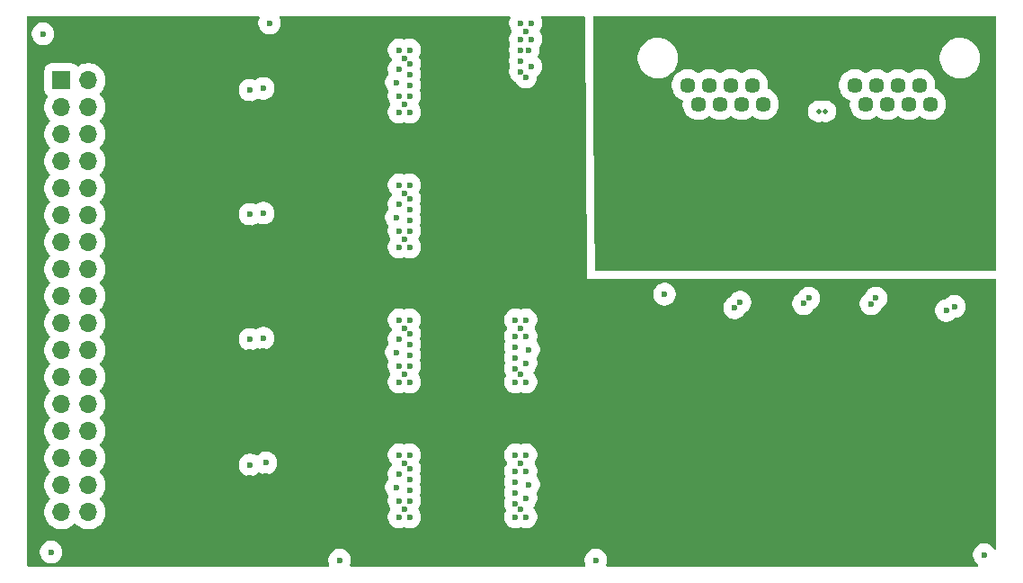
<source format=gbr>
%TF.GenerationSoftware,KiCad,Pcbnew,9.0.0*%
%TF.CreationDate,2025-03-18T16:51:24-04:00*%
%TF.ProjectId,PicoLVDS,5069636f-4c56-4445-932e-6b696361645f,3*%
%TF.SameCoordinates,Original*%
%TF.FileFunction,Copper,L3,Inr*%
%TF.FilePolarity,Positive*%
%FSLAX46Y46*%
G04 Gerber Fmt 4.6, Leading zero omitted, Abs format (unit mm)*
G04 Created by KiCad (PCBNEW 9.0.0) date 2025-03-18 16:51:24*
%MOMM*%
%LPD*%
G01*
G04 APERTURE LIST*
%TA.AperFunction,ComponentPad*%
%ADD10R,1.700000X1.700000*%
%TD*%
%TA.AperFunction,ComponentPad*%
%ADD11O,1.700000X1.700000*%
%TD*%
%TA.AperFunction,ComponentPad*%
%ADD12C,1.448000*%
%TD*%
%TA.AperFunction,ViaPad*%
%ADD13C,0.600000*%
%TD*%
%TA.AperFunction,ViaPad*%
%ADD14C,0.500000*%
%TD*%
G04 APERTURE END LIST*
D10*
%TO.N,/Out_0+*%
%TO.C,J1*%
X33750000Y-43740000D03*
D11*
%TO.N,/Out_0-*%
X36290000Y-43740000D03*
%TO.N,/Out_1+*%
X33750000Y-46280000D03*
%TO.N,/Out_1-*%
X36290000Y-46280000D03*
%TO.N,/Out_2+*%
X33750000Y-48820000D03*
%TO.N,/Out_2-*%
X36290000Y-48820000D03*
%TO.N,/Out_3+*%
X33750000Y-51360000D03*
%TO.N,/Out_3-*%
X36290000Y-51360000D03*
%TO.N,/Out_4+*%
X33750000Y-53900000D03*
%TO.N,/Out_4-*%
X36290000Y-53900000D03*
%TO.N,/Out_5+*%
X33750000Y-56440000D03*
%TO.N,/Out_5-*%
X36290000Y-56440000D03*
%TO.N,/Out_6+*%
X33750000Y-58980000D03*
%TO.N,/Out_6-*%
X36290000Y-58980000D03*
%TO.N,/Out_7+*%
X33750000Y-61520000D03*
%TO.N,/Out_7-*%
X36290000Y-61520000D03*
%TO.N,/Out_8+*%
X33750000Y-64060000D03*
%TO.N,/Out_8-*%
X36290000Y-64060000D03*
%TO.N,/Out_9+*%
X33750000Y-66600000D03*
%TO.N,/Out_9-*%
X36290000Y-66600000D03*
%TO.N,/Out_10+*%
X33750000Y-69140000D03*
%TO.N,/Out_10-*%
X36290000Y-69140000D03*
%TO.N,/Out_11+*%
X33750000Y-71680000D03*
%TO.N,/Out_11-*%
X36290000Y-71680000D03*
%TO.N,/Out_12+*%
X33750000Y-74220000D03*
%TO.N,/Out_12-*%
X36290000Y-74220000D03*
%TO.N,/Out_13+*%
X33750000Y-76760000D03*
%TO.N,/Out_13-*%
X36290000Y-76760000D03*
%TO.N,/Out_14+*%
X33750000Y-79300000D03*
%TO.N,/Out_14-*%
X36290000Y-79300000D03*
%TO.N,/Out_15+*%
X33750000Y-81840000D03*
%TO.N,/Out_15-*%
X36290000Y-81840000D03*
%TO.N,unconnected-(J1-Pin_33-Pad33)*%
X33750000Y-84380000D03*
%TO.N,unconnected-(J1-Pin_34-Pad34)*%
X36290000Y-84380000D03*
%TD*%
D12*
%TO.N,/RJ45_Out_19-*%
%TO.C,J2*%
X108463000Y-44196000D03*
%TO.N,/RJ45_Out_19+*%
X109479000Y-45976000D03*
%TO.N,/RJ45_Out_17-*%
X110495000Y-44196000D03*
%TO.N,/RJ45_Out_18+*%
X111511000Y-45976000D03*
%TO.N,/RJ45_Out_18-*%
X112527000Y-44196000D03*
%TO.N,/RJ45_Out_17+*%
X113543000Y-45976000D03*
%TO.N,/RJ45_Out_16-*%
X114559000Y-44196000D03*
%TO.N,/RJ45_Out_16+*%
X115575000Y-45976000D03*
%TO.N,/RJ45_Out_19-*%
X92713000Y-44196000D03*
%TO.N,/RJ45_Out_19+*%
X93729000Y-45976000D03*
%TO.N,/RJ45_Out_17-*%
X94745000Y-44196000D03*
%TO.N,/RJ45_Out_18+*%
X95761000Y-45976000D03*
%TO.N,/RJ45_Out_18-*%
X96777000Y-44196000D03*
%TO.N,/RJ45_Out_17+*%
X97793000Y-45976000D03*
%TO.N,/RJ45_Out_16-*%
X98809000Y-44196000D03*
%TO.N,/RJ45_Out_16+*%
X99825000Y-45976000D03*
%TD*%
D13*
%TO.N,+3V3*%
X52750000Y-69250000D03*
X77216000Y-51816000D03*
X52750000Y-57750000D03*
X92952500Y-64273500D03*
X51500000Y-81110000D03*
X76962000Y-49276000D03*
X76454000Y-47244000D03*
X50175000Y-51800000D03*
X77216000Y-48006000D03*
X78232000Y-48006000D03*
X50200000Y-40100000D03*
X76962000Y-50292000D03*
X77978000Y-49784000D03*
X50175000Y-62200000D03*
X112722000Y-64544499D03*
X78486000Y-45974000D03*
X51500000Y-45935000D03*
X52750000Y-46000000D03*
X76962000Y-46228000D03*
X50175000Y-50500000D03*
X76200000Y-48514000D03*
X106172000Y-64516000D03*
X77724000Y-48768000D03*
X50175000Y-75200000D03*
X51500000Y-57635000D03*
X51500000Y-69267500D03*
X53000000Y-81000000D03*
X78486000Y-51816000D03*
X77724000Y-50800000D03*
X99556500Y-64527500D03*
X50175000Y-73900000D03*
X50175000Y-63500000D03*
X50200000Y-85600000D03*
X76200000Y-51308000D03*
X77724000Y-46990000D03*
X76200000Y-49784000D03*
%TO.N,GND*%
X66548000Y-67564000D03*
X66548000Y-56896000D03*
X76493077Y-83566000D03*
X90551000Y-63881000D03*
X76493077Y-66294000D03*
X66548000Y-82296000D03*
X84074000Y-88900000D03*
X76962000Y-39878000D03*
X66548000Y-84836000D03*
X52750000Y-68000000D03*
X65532000Y-42672000D03*
X120650000Y-60452000D03*
X76493077Y-81534000D03*
X77763077Y-69088000D03*
X66040000Y-58674000D03*
X65532000Y-68072000D03*
X66548000Y-43180000D03*
X85344000Y-39116000D03*
X65532000Y-66294000D03*
X66548000Y-78994000D03*
X77001077Y-71374000D03*
X66548000Y-42164000D03*
X66548000Y-57912000D03*
X65532000Y-78994000D03*
X65532000Y-84836000D03*
X120650000Y-88392000D03*
X66040000Y-71374000D03*
X52750000Y-44500000D03*
X76493077Y-84836000D03*
X66040000Y-84074000D03*
X84836000Y-40894000D03*
X66548000Y-68580000D03*
X76962000Y-40894000D03*
X65532000Y-57912000D03*
X65532000Y-70612000D03*
X66548000Y-69596000D03*
X103632000Y-46736000D03*
X32004000Y-39370000D03*
X65532000Y-83312000D03*
X77470000Y-43434000D03*
X66040000Y-45974000D03*
X51500000Y-56365000D03*
X117094000Y-65416001D03*
X66040000Y-54356000D03*
X86614000Y-59944000D03*
X104137999Y-64259999D03*
X66548000Y-80264000D03*
X76493077Y-72136000D03*
X66548000Y-70612000D03*
X76493077Y-70866000D03*
X77001077Y-67056000D03*
X51500000Y-68132500D03*
X77001077Y-84074000D03*
X77509077Y-80518000D03*
X66548000Y-54864000D03*
X77509077Y-66294000D03*
X76962000Y-42926000D03*
X66548000Y-81280000D03*
X77509077Y-67818000D03*
X77978000Y-39878000D03*
X65532000Y-40894000D03*
X84836000Y-38354000D03*
X52750000Y-56250000D03*
X85598000Y-40894000D03*
X77509077Y-78994000D03*
X66548000Y-59436000D03*
X65278000Y-56642000D03*
X76493077Y-67818000D03*
X65278000Y-43942000D03*
X77724000Y-40894000D03*
X65532000Y-55372000D03*
X65532000Y-59436000D03*
X76493077Y-68834000D03*
X66548000Y-72136000D03*
X97659001Y-64639001D03*
X84836000Y-41910000D03*
X77978000Y-42418000D03*
X51500000Y-79932500D03*
X85852000Y-38354000D03*
X66548000Y-83312000D03*
X85852000Y-44196000D03*
X109982000Y-64770000D03*
X65532000Y-72136000D03*
X76962000Y-38354000D03*
X121158000Y-38354000D03*
X66548000Y-45212000D03*
X65532000Y-46736000D03*
X97151001Y-65147001D03*
X77509077Y-83058000D03*
X65278000Y-82042000D03*
X85852000Y-39878000D03*
X76493077Y-80518000D03*
X51500000Y-44665000D03*
X77509077Y-84836000D03*
X77978000Y-38354000D03*
X65532000Y-45212000D03*
X85852000Y-42418000D03*
X76493077Y-82550000D03*
X32766000Y-88138000D03*
X65278000Y-69342000D03*
X66548000Y-53594000D03*
X84836000Y-42926000D03*
X110458249Y-64230249D03*
X65532000Y-80772000D03*
X66040000Y-41656000D03*
X77763077Y-81788000D03*
X66548000Y-66294000D03*
X59944000Y-88900000D03*
X76493077Y-78994000D03*
X77470000Y-39116000D03*
X66548000Y-40894000D03*
X66548000Y-46736000D03*
X103629999Y-64767999D03*
X66548000Y-55880000D03*
X77509077Y-70358000D03*
X66040000Y-67056000D03*
X53000000Y-79750000D03*
X84836000Y-39878000D03*
X85344000Y-43434000D03*
X66548000Y-44196000D03*
X65532000Y-53594000D03*
X77001077Y-79756000D03*
X77509077Y-72136000D03*
X76962000Y-41910000D03*
X107188000Y-46736000D03*
X66040000Y-79756000D03*
X117856000Y-65024000D03*
X76493077Y-69850000D03*
X53340000Y-38354000D03*
D14*
%TO.N,/RJ45_Out_17+*%
X105068060Y-46678412D03*
%TO.N,/RJ45_Out_17-*%
X105720460Y-46678412D03*
%TD*%
%TA.AperFunction,Conductor*%
%TO.N,GND*%
G36*
X121732539Y-37720185D02*
G01*
X121778294Y-37772989D01*
X121789500Y-37824500D01*
X121789500Y-61560500D01*
X121769815Y-61627539D01*
X121717011Y-61673294D01*
X121665500Y-61684500D01*
X84109657Y-61684500D01*
X84042618Y-61664815D01*
X83996863Y-61612011D01*
X83985660Y-61561315D01*
X83980052Y-60708285D01*
X83959423Y-57570052D01*
X83870738Y-44079004D01*
X91226500Y-44079004D01*
X91226500Y-44312995D01*
X91263101Y-44544090D01*
X91335407Y-44766622D01*
X91409440Y-44911918D01*
X91441631Y-44975096D01*
X91579161Y-45164390D01*
X91744610Y-45329839D01*
X91933904Y-45467369D01*
X92142382Y-45573594D01*
X92179870Y-45585774D01*
X92237544Y-45625210D01*
X92264743Y-45689568D01*
X92264024Y-45723102D01*
X92242500Y-45859003D01*
X92242500Y-46092995D01*
X92279101Y-46324090D01*
X92351407Y-46546622D01*
X92457631Y-46755096D01*
X92595161Y-46944390D01*
X92760610Y-47109839D01*
X92949904Y-47247369D01*
X93019718Y-47282941D01*
X93158377Y-47353592D01*
X93158379Y-47353592D01*
X93158382Y-47353594D01*
X93277662Y-47392350D01*
X93380909Y-47425898D01*
X93612005Y-47462500D01*
X93612010Y-47462500D01*
X93845995Y-47462500D01*
X94077090Y-47425898D01*
X94299618Y-47353594D01*
X94508096Y-47247369D01*
X94672116Y-47128200D01*
X94737921Y-47104722D01*
X94805974Y-47120547D01*
X94817873Y-47128193D01*
X94981904Y-47247369D01*
X95051718Y-47282941D01*
X95190377Y-47353592D01*
X95190379Y-47353592D01*
X95190382Y-47353594D01*
X95309662Y-47392350D01*
X95412909Y-47425898D01*
X95644005Y-47462500D01*
X95644010Y-47462500D01*
X95877995Y-47462500D01*
X96109090Y-47425898D01*
X96331618Y-47353594D01*
X96540096Y-47247369D01*
X96704116Y-47128200D01*
X96769921Y-47104722D01*
X96837974Y-47120547D01*
X96849873Y-47128193D01*
X97013904Y-47247369D01*
X97083718Y-47282941D01*
X97222377Y-47353592D01*
X97222379Y-47353592D01*
X97222382Y-47353594D01*
X97341662Y-47392350D01*
X97444909Y-47425898D01*
X97676005Y-47462500D01*
X97676010Y-47462500D01*
X97909995Y-47462500D01*
X98141090Y-47425898D01*
X98363618Y-47353594D01*
X98572096Y-47247369D01*
X98736116Y-47128200D01*
X98801921Y-47104722D01*
X98869974Y-47120547D01*
X98881873Y-47128193D01*
X99045904Y-47247369D01*
X99115718Y-47282941D01*
X99254377Y-47353592D01*
X99254379Y-47353592D01*
X99254382Y-47353594D01*
X99373662Y-47392350D01*
X99476909Y-47425898D01*
X99708005Y-47462500D01*
X99708010Y-47462500D01*
X99941995Y-47462500D01*
X100173090Y-47425898D01*
X100395618Y-47353594D01*
X100604096Y-47247369D01*
X100793390Y-47109839D01*
X100958839Y-46944390D01*
X101079629Y-46778137D01*
X104055559Y-46778137D01*
X104094468Y-46973741D01*
X104094471Y-46973751D01*
X104170790Y-47158004D01*
X104170797Y-47158017D01*
X104281599Y-47323842D01*
X104281602Y-47323846D01*
X104422625Y-47464869D01*
X104422629Y-47464872D01*
X104588454Y-47575674D01*
X104588467Y-47575681D01*
X104741859Y-47639217D01*
X104772725Y-47652002D01*
X104772729Y-47652002D01*
X104772730Y-47652003D01*
X104968334Y-47690912D01*
X104968337Y-47690912D01*
X105167785Y-47690912D01*
X105369369Y-47650814D01*
X105369899Y-47653482D01*
X105418719Y-47652985D01*
X105419151Y-47650814D01*
X105620734Y-47690912D01*
X105620737Y-47690912D01*
X105820185Y-47690912D01*
X105951784Y-47664734D01*
X106015795Y-47652002D01*
X106200059Y-47575678D01*
X106365891Y-47464872D01*
X106506920Y-47323843D01*
X106617726Y-47158011D01*
X106694050Y-46973747D01*
X106724225Y-46822050D01*
X106732960Y-46778137D01*
X106732960Y-46578686D01*
X106694051Y-46383082D01*
X106694050Y-46383081D01*
X106694050Y-46383077D01*
X106623807Y-46213493D01*
X106617729Y-46198819D01*
X106617722Y-46198806D01*
X106506920Y-46032981D01*
X106506917Y-46032977D01*
X106365894Y-45891954D01*
X106365890Y-45891951D01*
X106200065Y-45781149D01*
X106200052Y-45781142D01*
X106015799Y-45704823D01*
X106015789Y-45704820D01*
X105820185Y-45665912D01*
X105820183Y-45665912D01*
X105620737Y-45665912D01*
X105620735Y-45665912D01*
X105419152Y-45706010D01*
X105418628Y-45703380D01*
X105369808Y-45703793D01*
X105369368Y-45706010D01*
X105167785Y-45665912D01*
X105167783Y-45665912D01*
X104968337Y-45665912D01*
X104968335Y-45665912D01*
X104772730Y-45704820D01*
X104772720Y-45704823D01*
X104588467Y-45781142D01*
X104588454Y-45781149D01*
X104422629Y-45891951D01*
X104422625Y-45891954D01*
X104281602Y-46032977D01*
X104281599Y-46032981D01*
X104170797Y-46198806D01*
X104170790Y-46198819D01*
X104094471Y-46383072D01*
X104094468Y-46383082D01*
X104055560Y-46578686D01*
X104055560Y-46578689D01*
X104055560Y-46778135D01*
X104055560Y-46778137D01*
X104055559Y-46778137D01*
X101079629Y-46778137D01*
X101096369Y-46755096D01*
X101202594Y-46546618D01*
X101274898Y-46324090D01*
X101288049Y-46241059D01*
X101311500Y-46092995D01*
X101311500Y-45859004D01*
X101274898Y-45627909D01*
X101222735Y-45467369D01*
X101202594Y-45405382D01*
X101202592Y-45405379D01*
X101202592Y-45405377D01*
X101120909Y-45245066D01*
X101096369Y-45196904D01*
X100958839Y-45007610D01*
X100793390Y-44842161D01*
X100604096Y-44704631D01*
X100571560Y-44688053D01*
X100395618Y-44598405D01*
X100358128Y-44586224D01*
X100300453Y-44546786D01*
X100273256Y-44482427D01*
X100273975Y-44448896D01*
X100295500Y-44312995D01*
X100295500Y-44079004D01*
X106976500Y-44079004D01*
X106976500Y-44312995D01*
X107013101Y-44544090D01*
X107085407Y-44766622D01*
X107159440Y-44911918D01*
X107191631Y-44975096D01*
X107329161Y-45164390D01*
X107494610Y-45329839D01*
X107683904Y-45467369D01*
X107892382Y-45573594D01*
X107929870Y-45585774D01*
X107987544Y-45625210D01*
X108014743Y-45689568D01*
X108014024Y-45723102D01*
X107992500Y-45859003D01*
X107992500Y-46092995D01*
X108029101Y-46324090D01*
X108101407Y-46546622D01*
X108207631Y-46755096D01*
X108345161Y-46944390D01*
X108510610Y-47109839D01*
X108699904Y-47247369D01*
X108769718Y-47282941D01*
X108908377Y-47353592D01*
X108908379Y-47353592D01*
X108908382Y-47353594D01*
X109027662Y-47392350D01*
X109130909Y-47425898D01*
X109362005Y-47462500D01*
X109362010Y-47462500D01*
X109595995Y-47462500D01*
X109827090Y-47425898D01*
X110049618Y-47353594D01*
X110258096Y-47247369D01*
X110422116Y-47128200D01*
X110487921Y-47104722D01*
X110555974Y-47120547D01*
X110567873Y-47128193D01*
X110731904Y-47247369D01*
X110801718Y-47282941D01*
X110940377Y-47353592D01*
X110940379Y-47353592D01*
X110940382Y-47353594D01*
X111059662Y-47392350D01*
X111162909Y-47425898D01*
X111394005Y-47462500D01*
X111394010Y-47462500D01*
X111627995Y-47462500D01*
X111859090Y-47425898D01*
X112081618Y-47353594D01*
X112290096Y-47247369D01*
X112454116Y-47128200D01*
X112519921Y-47104722D01*
X112587974Y-47120547D01*
X112599873Y-47128193D01*
X112763904Y-47247369D01*
X112833718Y-47282941D01*
X112972377Y-47353592D01*
X112972379Y-47353592D01*
X112972382Y-47353594D01*
X113091662Y-47392350D01*
X113194909Y-47425898D01*
X113426005Y-47462500D01*
X113426010Y-47462500D01*
X113659995Y-47462500D01*
X113891090Y-47425898D01*
X114113618Y-47353594D01*
X114322096Y-47247369D01*
X114486116Y-47128200D01*
X114551921Y-47104722D01*
X114619974Y-47120547D01*
X114631873Y-47128193D01*
X114795904Y-47247369D01*
X114865718Y-47282941D01*
X115004377Y-47353592D01*
X115004379Y-47353592D01*
X115004382Y-47353594D01*
X115123662Y-47392350D01*
X115226909Y-47425898D01*
X115458005Y-47462500D01*
X115458010Y-47462500D01*
X115691995Y-47462500D01*
X115923090Y-47425898D01*
X116145618Y-47353594D01*
X116354096Y-47247369D01*
X116543390Y-47109839D01*
X116708839Y-46944390D01*
X116846369Y-46755096D01*
X116952594Y-46546618D01*
X117024898Y-46324090D01*
X117038049Y-46241059D01*
X117061500Y-46092995D01*
X117061500Y-45859004D01*
X117024898Y-45627909D01*
X116972735Y-45467369D01*
X116952594Y-45405382D01*
X116952592Y-45405379D01*
X116952592Y-45405377D01*
X116870909Y-45245066D01*
X116846369Y-45196904D01*
X116708839Y-45007610D01*
X116543390Y-44842161D01*
X116354096Y-44704631D01*
X116321560Y-44688053D01*
X116145618Y-44598405D01*
X116108128Y-44586224D01*
X116050453Y-44546786D01*
X116023256Y-44482427D01*
X116023975Y-44448896D01*
X116045500Y-44312995D01*
X116045500Y-44079004D01*
X116008898Y-43847909D01*
X115936592Y-43625377D01*
X115878254Y-43510883D01*
X115830369Y-43416904D01*
X115692839Y-43227610D01*
X115527390Y-43062161D01*
X115338096Y-42924631D01*
X115320774Y-42915805D01*
X115129622Y-42818407D01*
X114907090Y-42746101D01*
X114675995Y-42709500D01*
X114675990Y-42709500D01*
X114442010Y-42709500D01*
X114442005Y-42709500D01*
X114210909Y-42746101D01*
X113988377Y-42818407D01*
X113779900Y-42924633D01*
X113615885Y-43043797D01*
X113550079Y-43067277D01*
X113482025Y-43051451D01*
X113470115Y-43043797D01*
X113306099Y-42924633D01*
X113306098Y-42924632D01*
X113306096Y-42924631D01*
X113240992Y-42891458D01*
X113097622Y-42818407D01*
X112875090Y-42746101D01*
X112643995Y-42709500D01*
X112643990Y-42709500D01*
X112410010Y-42709500D01*
X112410005Y-42709500D01*
X112178909Y-42746101D01*
X111956377Y-42818407D01*
X111747900Y-42924633D01*
X111583885Y-43043797D01*
X111518079Y-43067277D01*
X111450025Y-43051451D01*
X111438115Y-43043797D01*
X111274099Y-42924633D01*
X111274098Y-42924632D01*
X111274096Y-42924631D01*
X111208992Y-42891458D01*
X111065622Y-42818407D01*
X110843090Y-42746101D01*
X110611995Y-42709500D01*
X110611990Y-42709500D01*
X110378010Y-42709500D01*
X110378005Y-42709500D01*
X110146909Y-42746101D01*
X109924377Y-42818407D01*
X109715900Y-42924633D01*
X109551885Y-43043797D01*
X109486079Y-43067277D01*
X109418025Y-43051451D01*
X109406115Y-43043797D01*
X109242099Y-42924633D01*
X109242098Y-42924632D01*
X109242096Y-42924631D01*
X109176992Y-42891458D01*
X109033622Y-42818407D01*
X108811090Y-42746101D01*
X108579995Y-42709500D01*
X108579990Y-42709500D01*
X108346010Y-42709500D01*
X108346005Y-42709500D01*
X108114909Y-42746101D01*
X107892377Y-42818407D01*
X107683903Y-42924631D01*
X107494607Y-43062163D01*
X107329163Y-43227607D01*
X107191631Y-43416903D01*
X107085407Y-43625377D01*
X107013101Y-43847909D01*
X106976500Y-44079004D01*
X100295500Y-44079004D01*
X100258898Y-43847909D01*
X100186592Y-43625377D01*
X100128254Y-43510883D01*
X100080369Y-43416904D01*
X99942839Y-43227610D01*
X99777390Y-43062161D01*
X99588096Y-42924631D01*
X99570774Y-42915805D01*
X99379622Y-42818407D01*
X99157090Y-42746101D01*
X98925995Y-42709500D01*
X98925990Y-42709500D01*
X98692010Y-42709500D01*
X98692005Y-42709500D01*
X98460909Y-42746101D01*
X98238377Y-42818407D01*
X98029900Y-42924633D01*
X97865885Y-43043797D01*
X97800079Y-43067277D01*
X97732025Y-43051451D01*
X97720115Y-43043797D01*
X97556099Y-42924633D01*
X97556098Y-42924632D01*
X97556096Y-42924631D01*
X97490992Y-42891458D01*
X97347622Y-42818407D01*
X97125090Y-42746101D01*
X96893995Y-42709500D01*
X96893990Y-42709500D01*
X96660010Y-42709500D01*
X96660005Y-42709500D01*
X96428909Y-42746101D01*
X96206377Y-42818407D01*
X95997900Y-42924633D01*
X95833885Y-43043797D01*
X95768079Y-43067277D01*
X95700025Y-43051451D01*
X95688115Y-43043797D01*
X95524099Y-42924633D01*
X95524098Y-42924632D01*
X95524096Y-42924631D01*
X95458992Y-42891458D01*
X95315622Y-42818407D01*
X95093090Y-42746101D01*
X94861995Y-42709500D01*
X94861990Y-42709500D01*
X94628010Y-42709500D01*
X94628005Y-42709500D01*
X94396909Y-42746101D01*
X94174377Y-42818407D01*
X93965900Y-42924633D01*
X93801885Y-43043797D01*
X93736079Y-43067277D01*
X93668025Y-43051451D01*
X93656115Y-43043797D01*
X93492099Y-42924633D01*
X93492098Y-42924632D01*
X93492096Y-42924631D01*
X93426992Y-42891458D01*
X93283622Y-42818407D01*
X93061090Y-42746101D01*
X92829995Y-42709500D01*
X92829990Y-42709500D01*
X92596010Y-42709500D01*
X92596005Y-42709500D01*
X92364909Y-42746101D01*
X92142377Y-42818407D01*
X91933903Y-42924631D01*
X91744607Y-43062163D01*
X91579163Y-43227607D01*
X91441631Y-43416903D01*
X91335407Y-43625377D01*
X91263101Y-43847909D01*
X91226500Y-44079004D01*
X83870738Y-44079004D01*
X83870711Y-44074953D01*
X83853990Y-41531441D01*
X88014500Y-41531441D01*
X88014500Y-41780558D01*
X88014501Y-41780575D01*
X88046579Y-42024237D01*
X88047018Y-42027565D01*
X88075871Y-42135246D01*
X88111498Y-42268207D01*
X88206830Y-42498361D01*
X88206837Y-42498376D01*
X88331400Y-42714126D01*
X88483060Y-42911774D01*
X88483066Y-42911781D01*
X88659218Y-43087933D01*
X88659225Y-43087939D01*
X88856873Y-43239599D01*
X89072623Y-43364162D01*
X89072638Y-43364169D01*
X89137946Y-43391220D01*
X89302793Y-43459502D01*
X89543435Y-43523982D01*
X89790435Y-43556500D01*
X89790442Y-43556500D01*
X90039558Y-43556500D01*
X90039565Y-43556500D01*
X90286565Y-43523982D01*
X90527207Y-43459502D01*
X90757373Y-43364164D01*
X90973127Y-43239599D01*
X91170776Y-43087938D01*
X91346938Y-42911776D01*
X91498599Y-42714127D01*
X91623164Y-42498373D01*
X91718502Y-42268207D01*
X91782982Y-42027565D01*
X91815500Y-41780565D01*
X91815500Y-41531441D01*
X116464500Y-41531441D01*
X116464500Y-41780558D01*
X116464501Y-41780575D01*
X116496579Y-42024237D01*
X116497018Y-42027565D01*
X116525871Y-42135246D01*
X116561498Y-42268207D01*
X116656830Y-42498361D01*
X116656837Y-42498376D01*
X116781400Y-42714126D01*
X116933060Y-42911774D01*
X116933066Y-42911781D01*
X117109218Y-43087933D01*
X117109225Y-43087939D01*
X117306873Y-43239599D01*
X117522623Y-43364162D01*
X117522638Y-43364169D01*
X117587946Y-43391220D01*
X117752793Y-43459502D01*
X117993435Y-43523982D01*
X118240435Y-43556500D01*
X118240442Y-43556500D01*
X118489558Y-43556500D01*
X118489565Y-43556500D01*
X118736565Y-43523982D01*
X118977207Y-43459502D01*
X119207373Y-43364164D01*
X119423127Y-43239599D01*
X119620776Y-43087938D01*
X119796938Y-42911776D01*
X119948599Y-42714127D01*
X120073164Y-42498373D01*
X120168502Y-42268207D01*
X120232982Y-42027565D01*
X120265500Y-41780565D01*
X120265500Y-41531435D01*
X120232982Y-41284435D01*
X120168502Y-41043793D01*
X120094418Y-40864938D01*
X120073169Y-40813638D01*
X120073162Y-40813623D01*
X119948599Y-40597873D01*
X119796939Y-40400225D01*
X119796933Y-40400218D01*
X119620781Y-40224066D01*
X119620774Y-40224060D01*
X119423126Y-40072400D01*
X119207376Y-39947837D01*
X119207361Y-39947830D01*
X118977207Y-39852498D01*
X118751247Y-39791952D01*
X118736565Y-39788018D01*
X118736564Y-39788017D01*
X118736561Y-39788017D01*
X118489575Y-39755501D01*
X118489570Y-39755500D01*
X118489565Y-39755500D01*
X118240435Y-39755500D01*
X118240429Y-39755500D01*
X118240424Y-39755501D01*
X117993438Y-39788017D01*
X117752792Y-39852498D01*
X117522638Y-39947830D01*
X117522623Y-39947837D01*
X117306873Y-40072400D01*
X117109225Y-40224060D01*
X117109218Y-40224066D01*
X116933066Y-40400218D01*
X116933060Y-40400225D01*
X116781400Y-40597873D01*
X116656837Y-40813623D01*
X116656830Y-40813638D01*
X116561498Y-41043792D01*
X116497017Y-41284438D01*
X116464501Y-41531424D01*
X116464500Y-41531441D01*
X91815500Y-41531441D01*
X91815500Y-41531435D01*
X91782982Y-41284435D01*
X91718502Y-41043793D01*
X91644418Y-40864938D01*
X91623169Y-40813638D01*
X91623162Y-40813623D01*
X91498599Y-40597873D01*
X91346939Y-40400225D01*
X91346933Y-40400218D01*
X91170781Y-40224066D01*
X91170774Y-40224060D01*
X90973126Y-40072400D01*
X90757376Y-39947837D01*
X90757361Y-39947830D01*
X90527207Y-39852498D01*
X90301247Y-39791952D01*
X90286565Y-39788018D01*
X90286564Y-39788017D01*
X90286561Y-39788017D01*
X90039575Y-39755501D01*
X90039570Y-39755500D01*
X90039565Y-39755500D01*
X89790435Y-39755500D01*
X89790429Y-39755500D01*
X89790424Y-39755501D01*
X89543438Y-39788017D01*
X89302792Y-39852498D01*
X89072638Y-39947830D01*
X89072623Y-39947837D01*
X88856873Y-40072400D01*
X88659225Y-40224060D01*
X88659218Y-40224066D01*
X88483066Y-40400218D01*
X88483060Y-40400225D01*
X88331400Y-40597873D01*
X88206837Y-40813623D01*
X88206830Y-40813638D01*
X88111498Y-41043792D01*
X88047017Y-41284438D01*
X88014501Y-41531424D01*
X88014500Y-41531441D01*
X83853990Y-41531441D01*
X83853969Y-41528191D01*
X83829627Y-37825315D01*
X83848870Y-37758148D01*
X83901372Y-37712047D01*
X83953624Y-37700500D01*
X121665500Y-37700500D01*
X121732539Y-37720185D01*
G37*
%TD.AperFunction*%
%TD*%
%TA.AperFunction,Conductor*%
%TO.N,+3V3*%
G36*
X52342107Y-37720185D02*
G01*
X52387862Y-37772989D01*
X52397806Y-37842147D01*
X52389629Y-37871953D01*
X52318331Y-38044079D01*
X52318329Y-38044087D01*
X52277500Y-38249348D01*
X52277500Y-38458651D01*
X52318329Y-38663912D01*
X52318331Y-38663920D01*
X52398423Y-38857280D01*
X52514703Y-39031306D01*
X52662693Y-39179296D01*
X52836719Y-39295576D01*
X52933399Y-39335622D01*
X53030080Y-39375669D01*
X53235348Y-39416499D01*
X53235352Y-39416500D01*
X53235353Y-39416500D01*
X53444648Y-39416500D01*
X53444649Y-39416499D01*
X53649920Y-39375669D01*
X53843282Y-39295575D01*
X54017304Y-39179298D01*
X54165298Y-39031304D01*
X54281575Y-38857282D01*
X54361669Y-38663920D01*
X54402500Y-38458647D01*
X54402500Y-38249353D01*
X54361669Y-38044080D01*
X54290371Y-37871953D01*
X54282902Y-37802484D01*
X54314177Y-37740004D01*
X54374266Y-37704352D01*
X54404932Y-37700500D01*
X75897068Y-37700500D01*
X75964107Y-37720185D01*
X76009862Y-37772989D01*
X76019806Y-37842147D01*
X76011629Y-37871953D01*
X75940331Y-38044079D01*
X75940329Y-38044087D01*
X75899500Y-38249348D01*
X75899500Y-38458651D01*
X75940329Y-38663912D01*
X75940331Y-38663920D01*
X76020423Y-38857280D01*
X76136703Y-39031306D01*
X76140567Y-39036014D01*
X76138737Y-39037515D01*
X76167201Y-39089642D01*
X76162217Y-39159334D01*
X76139319Y-39194962D01*
X76140567Y-39195986D01*
X76136703Y-39200693D01*
X76020423Y-39374719D01*
X75940331Y-39568079D01*
X75940329Y-39568087D01*
X75899500Y-39773348D01*
X75899500Y-39982651D01*
X75940329Y-40187912D01*
X75940331Y-40187920D01*
X76002723Y-40338547D01*
X76010192Y-40408017D01*
X76002723Y-40433453D01*
X75940331Y-40584079D01*
X75940329Y-40584087D01*
X75899500Y-40789348D01*
X75899500Y-40998651D01*
X75940329Y-41203912D01*
X75940331Y-41203920D01*
X76002723Y-41354547D01*
X76010192Y-41424017D01*
X76002723Y-41449453D01*
X75940331Y-41600079D01*
X75940329Y-41600087D01*
X75899500Y-41805348D01*
X75899500Y-42014651D01*
X75940329Y-42219912D01*
X75940331Y-42219920D01*
X76002723Y-42370547D01*
X76010192Y-42440017D01*
X76002723Y-42465453D01*
X75940331Y-42616079D01*
X75940329Y-42616087D01*
X75899500Y-42821348D01*
X75899500Y-43030651D01*
X75940329Y-43235912D01*
X75940331Y-43235920D01*
X76020423Y-43429280D01*
X76136703Y-43603306D01*
X76284693Y-43751296D01*
X76284696Y-43751298D01*
X76458718Y-43867575D01*
X76460548Y-43868333D01*
X76461358Y-43868985D01*
X76464089Y-43870445D01*
X76463812Y-43870962D01*
X76514953Y-43912168D01*
X76527663Y-43935442D01*
X76528424Y-43937281D01*
X76644703Y-44111306D01*
X76792693Y-44259296D01*
X76966719Y-44375576D01*
X77063399Y-44415622D01*
X77160080Y-44455669D01*
X77365348Y-44496499D01*
X77365352Y-44496500D01*
X77365353Y-44496500D01*
X77574648Y-44496500D01*
X77574649Y-44496499D01*
X77779920Y-44455669D01*
X77973282Y-44375575D01*
X78147304Y-44259298D01*
X78295298Y-44111304D01*
X78411575Y-43937282D01*
X78491669Y-43743920D01*
X78532500Y-43538647D01*
X78532500Y-43391631D01*
X78552185Y-43324592D01*
X78587607Y-43288530D01*
X78655304Y-43243298D01*
X78803298Y-43095304D01*
X78919575Y-42921282D01*
X78999669Y-42727920D01*
X79040500Y-42522647D01*
X79040500Y-42313353D01*
X78999669Y-42108080D01*
X78952702Y-41994692D01*
X78919576Y-41914719D01*
X78803296Y-41740693D01*
X78655145Y-41592542D01*
X78621660Y-41531219D01*
X78626644Y-41461527D01*
X78639722Y-41435972D01*
X78665575Y-41397282D01*
X78745669Y-41203920D01*
X78786500Y-40998647D01*
X78786500Y-40789353D01*
X78786500Y-40789352D01*
X78786500Y-40789350D01*
X78763386Y-40673152D01*
X78769613Y-40603560D01*
X78797322Y-40561279D01*
X78803298Y-40555304D01*
X78919575Y-40381282D01*
X78999669Y-40187920D01*
X79040500Y-39982647D01*
X79040500Y-39773353D01*
X78999669Y-39568080D01*
X78936882Y-39416500D01*
X78919576Y-39374719D01*
X78803296Y-39200693D01*
X78799433Y-39195986D01*
X78801268Y-39194479D01*
X78772808Y-39142404D01*
X78777766Y-39072710D01*
X78800687Y-39037043D01*
X78799433Y-39036014D01*
X78803296Y-39031306D01*
X78803298Y-39031304D01*
X78919575Y-38857282D01*
X78999669Y-38663920D01*
X79040500Y-38458647D01*
X79040500Y-38249353D01*
X78999669Y-38044080D01*
X78928371Y-37871953D01*
X78920902Y-37802484D01*
X78952177Y-37740004D01*
X79012266Y-37704352D01*
X79042932Y-37700500D01*
X82938103Y-37700500D01*
X83005142Y-37720185D01*
X83050897Y-37772989D01*
X83062100Y-37823685D01*
X83223999Y-62451999D01*
X83224000Y-62452000D01*
X121665500Y-62452000D01*
X121732539Y-62471685D01*
X121778294Y-62524489D01*
X121789500Y-62576000D01*
X121789500Y-87776160D01*
X121769815Y-87843199D01*
X121717011Y-87888954D01*
X121647853Y-87898898D01*
X121584297Y-87869873D01*
X121562398Y-87845050D01*
X121475301Y-87714700D01*
X121475295Y-87714692D01*
X121327306Y-87566703D01*
X121153280Y-87450423D01*
X120959920Y-87370331D01*
X120959912Y-87370329D01*
X120754651Y-87329500D01*
X120754647Y-87329500D01*
X120545353Y-87329500D01*
X120545348Y-87329500D01*
X120340087Y-87370329D01*
X120340079Y-87370331D01*
X120146719Y-87450423D01*
X119972693Y-87566703D01*
X119824703Y-87714693D01*
X119708423Y-87888719D01*
X119628331Y-88082079D01*
X119628329Y-88082087D01*
X119587500Y-88287348D01*
X119587500Y-88496651D01*
X119628329Y-88701912D01*
X119628331Y-88701920D01*
X119708423Y-88895280D01*
X119824703Y-89069306D01*
X119972692Y-89217295D01*
X119972700Y-89217301D01*
X120055158Y-89272398D01*
X120099964Y-89326010D01*
X120108671Y-89395335D01*
X120078517Y-89458362D01*
X120019074Y-89495082D01*
X119986268Y-89499500D01*
X85161300Y-89499500D01*
X85094261Y-89479815D01*
X85048506Y-89427011D01*
X85038562Y-89357853D01*
X85046739Y-89328047D01*
X85058513Y-89299620D01*
X85095669Y-89209920D01*
X85136500Y-89004647D01*
X85136500Y-88795353D01*
X85095669Y-88590080D01*
X85036784Y-88447920D01*
X85015576Y-88396719D01*
X84899296Y-88222693D01*
X84751306Y-88074703D01*
X84577280Y-87958423D01*
X84383920Y-87878331D01*
X84383912Y-87878329D01*
X84178651Y-87837500D01*
X84178647Y-87837500D01*
X83969353Y-87837500D01*
X83969348Y-87837500D01*
X83764087Y-87878329D01*
X83764079Y-87878331D01*
X83570719Y-87958423D01*
X83396693Y-88074703D01*
X83248703Y-88222693D01*
X83132423Y-88396719D01*
X83052331Y-88590079D01*
X83052329Y-88590087D01*
X83011500Y-88795348D01*
X83011500Y-89004651D01*
X83052329Y-89209912D01*
X83052331Y-89209920D01*
X83101261Y-89328047D01*
X83108730Y-89397517D01*
X83077455Y-89459996D01*
X83017366Y-89495648D01*
X82986700Y-89499500D01*
X61031300Y-89499500D01*
X60964261Y-89479815D01*
X60918506Y-89427011D01*
X60908562Y-89357853D01*
X60916739Y-89328047D01*
X60928513Y-89299620D01*
X60965669Y-89209920D01*
X61006500Y-89004647D01*
X61006500Y-88795353D01*
X60965669Y-88590080D01*
X60906784Y-88447920D01*
X60885576Y-88396719D01*
X60769296Y-88222693D01*
X60621306Y-88074703D01*
X60447280Y-87958423D01*
X60253920Y-87878331D01*
X60253912Y-87878329D01*
X60048651Y-87837500D01*
X60048647Y-87837500D01*
X59839353Y-87837500D01*
X59839348Y-87837500D01*
X59634087Y-87878329D01*
X59634079Y-87878331D01*
X59440719Y-87958423D01*
X59266693Y-88074703D01*
X59118703Y-88222693D01*
X59002423Y-88396719D01*
X58922331Y-88590079D01*
X58922329Y-88590087D01*
X58881500Y-88795348D01*
X58881500Y-89004651D01*
X58922329Y-89209912D01*
X58922331Y-89209920D01*
X58971261Y-89328047D01*
X58978730Y-89397517D01*
X58947455Y-89459996D01*
X58887366Y-89495648D01*
X58856700Y-89499500D01*
X30624500Y-89499500D01*
X30557461Y-89479815D01*
X30511706Y-89427011D01*
X30500500Y-89375500D01*
X30500500Y-88033348D01*
X31703500Y-88033348D01*
X31703500Y-88242651D01*
X31744329Y-88447912D01*
X31744331Y-88447920D01*
X31824423Y-88641280D01*
X31940703Y-88815306D01*
X32088693Y-88963296D01*
X32262719Y-89079576D01*
X32359399Y-89119622D01*
X32456080Y-89159669D01*
X32661348Y-89200499D01*
X32661352Y-89200500D01*
X32661353Y-89200500D01*
X32870648Y-89200500D01*
X32870649Y-89200499D01*
X33075920Y-89159669D01*
X33269282Y-89079575D01*
X33443304Y-88963298D01*
X33591298Y-88815304D01*
X33707575Y-88641282D01*
X33787669Y-88447920D01*
X33828500Y-88242647D01*
X33828500Y-88033353D01*
X33787669Y-87828080D01*
X33740702Y-87714692D01*
X33707576Y-87634719D01*
X33591296Y-87460693D01*
X33443306Y-87312703D01*
X33269280Y-87196423D01*
X33075920Y-87116331D01*
X33075912Y-87116329D01*
X32870651Y-87075500D01*
X32870647Y-87075500D01*
X32661353Y-87075500D01*
X32661348Y-87075500D01*
X32456087Y-87116329D01*
X32456079Y-87116331D01*
X32262719Y-87196423D01*
X32088693Y-87312703D01*
X31940703Y-87460693D01*
X31824423Y-87634719D01*
X31744331Y-87828079D01*
X31744329Y-87828087D01*
X31703500Y-88033348D01*
X30500500Y-88033348D01*
X30500500Y-42839181D01*
X32137500Y-42839181D01*
X32137500Y-44640803D01*
X32137501Y-44640819D01*
X32148169Y-44745242D01*
X32204235Y-44914437D01*
X32204237Y-44914442D01*
X32297812Y-45066150D01*
X32420396Y-45188734D01*
X32453881Y-45250057D01*
X32448897Y-45319749D01*
X32433033Y-45349301D01*
X32370866Y-45434865D01*
X32255639Y-45661012D01*
X32177204Y-45902408D01*
X32137500Y-46153088D01*
X32137500Y-46406911D01*
X32177204Y-46657591D01*
X32177205Y-46657595D01*
X32255638Y-46898985D01*
X32370866Y-47125134D01*
X32520054Y-47330473D01*
X32520056Y-47330475D01*
X32651900Y-47462319D01*
X32685385Y-47523642D01*
X32680401Y-47593334D01*
X32651900Y-47637681D01*
X32520056Y-47769524D01*
X32520056Y-47769525D01*
X32520054Y-47769527D01*
X32455983Y-47857712D01*
X32370866Y-47974865D01*
X32255639Y-48201012D01*
X32177204Y-48442408D01*
X32137500Y-48693088D01*
X32137500Y-48946911D01*
X32177204Y-49197591D01*
X32177205Y-49197595D01*
X32255638Y-49438985D01*
X32370866Y-49665134D01*
X32520054Y-49870473D01*
X32520056Y-49870475D01*
X32651900Y-50002319D01*
X32685385Y-50063642D01*
X32680401Y-50133334D01*
X32651900Y-50177681D01*
X32520056Y-50309524D01*
X32520056Y-50309525D01*
X32520054Y-50309527D01*
X32455983Y-50397712D01*
X32370866Y-50514865D01*
X32255639Y-50741012D01*
X32177204Y-50982408D01*
X32137500Y-51233088D01*
X32137500Y-51486911D01*
X32177204Y-51737591D01*
X32177205Y-51737595D01*
X32255638Y-51978985D01*
X32370866Y-52205134D01*
X32520054Y-52410473D01*
X32520056Y-52410475D01*
X32651900Y-52542319D01*
X32685385Y-52603642D01*
X32680401Y-52673334D01*
X32651900Y-52717681D01*
X32520056Y-52849524D01*
X32520056Y-52849525D01*
X32520054Y-52849527D01*
X32471255Y-52916693D01*
X32370866Y-53054865D01*
X32255639Y-53281012D01*
X32177204Y-53522408D01*
X32137500Y-53773088D01*
X32137500Y-54026911D01*
X32176209Y-54271306D01*
X32177205Y-54277595D01*
X32255638Y-54518985D01*
X32370866Y-54745134D01*
X32520054Y-54950473D01*
X32520056Y-54950475D01*
X32651900Y-55082319D01*
X32685385Y-55143642D01*
X32680401Y-55213334D01*
X32651900Y-55257681D01*
X32520056Y-55389524D01*
X32520056Y-55389525D01*
X32520054Y-55389527D01*
X32474854Y-55451739D01*
X32370866Y-55594865D01*
X32255639Y-55821012D01*
X32177204Y-56062408D01*
X32137500Y-56313088D01*
X32137500Y-56566911D01*
X32177204Y-56817591D01*
X32177205Y-56817595D01*
X32255638Y-57058985D01*
X32370866Y-57285134D01*
X32520054Y-57490473D01*
X32520056Y-57490475D01*
X32651900Y-57622319D01*
X32685385Y-57683642D01*
X32680401Y-57753334D01*
X32651900Y-57797681D01*
X32520056Y-57929524D01*
X32520056Y-57929525D01*
X32520054Y-57929527D01*
X32456757Y-58016647D01*
X32370866Y-58134865D01*
X32255639Y-58361012D01*
X32177204Y-58602408D01*
X32137500Y-58853088D01*
X32137500Y-59106911D01*
X32177204Y-59357591D01*
X32177205Y-59357595D01*
X32255638Y-59598985D01*
X32370866Y-59825134D01*
X32520054Y-60030473D01*
X32520056Y-60030475D01*
X32651900Y-60162319D01*
X32685385Y-60223642D01*
X32680401Y-60293334D01*
X32651900Y-60337681D01*
X32520056Y-60469524D01*
X32520056Y-60469525D01*
X32520054Y-60469527D01*
X32456757Y-60556647D01*
X32370866Y-60674865D01*
X32255639Y-60901012D01*
X32177204Y-61142408D01*
X32137500Y-61393088D01*
X32137500Y-61646911D01*
X32177204Y-61897591D01*
X32177205Y-61897595D01*
X32255638Y-62138985D01*
X32370866Y-62365134D01*
X32520054Y-62570473D01*
X32520056Y-62570475D01*
X32651900Y-62702319D01*
X32685385Y-62763642D01*
X32680401Y-62833334D01*
X32651900Y-62877681D01*
X32520056Y-63009524D01*
X32520056Y-63009525D01*
X32520054Y-63009527D01*
X32455983Y-63097712D01*
X32370866Y-63214865D01*
X32255639Y-63441012D01*
X32177204Y-63682408D01*
X32137500Y-63933088D01*
X32137500Y-64186911D01*
X32177204Y-64437591D01*
X32177205Y-64437595D01*
X32255638Y-64678985D01*
X32370866Y-64905134D01*
X32520054Y-65110473D01*
X32520056Y-65110475D01*
X32651900Y-65242319D01*
X32685385Y-65303642D01*
X32680401Y-65373334D01*
X32651900Y-65417681D01*
X32520056Y-65549524D01*
X32520056Y-65549525D01*
X32520054Y-65549527D01*
X32471255Y-65616693D01*
X32370866Y-65754865D01*
X32255639Y-65981012D01*
X32177204Y-66222408D01*
X32137500Y-66473088D01*
X32137500Y-66726911D01*
X32177192Y-66977515D01*
X32177205Y-66977595D01*
X32255638Y-67218985D01*
X32370866Y-67445134D01*
X32520054Y-67650473D01*
X32520056Y-67650475D01*
X32651900Y-67782319D01*
X32685385Y-67843642D01*
X32680401Y-67913334D01*
X32651900Y-67957681D01*
X32520056Y-68089524D01*
X32520056Y-68089525D01*
X32520054Y-68089527D01*
X32456757Y-68176647D01*
X32370866Y-68294865D01*
X32255639Y-68521012D01*
X32177204Y-68762408D01*
X32137500Y-69013088D01*
X32137500Y-69266911D01*
X32177204Y-69517591D01*
X32177205Y-69517595D01*
X32255638Y-69758985D01*
X32370866Y-69985134D01*
X32520054Y-70190473D01*
X32520056Y-70190475D01*
X32651900Y-70322319D01*
X32685385Y-70383642D01*
X32680401Y-70453334D01*
X32651900Y-70497681D01*
X32520056Y-70629524D01*
X32520056Y-70629525D01*
X32520054Y-70629527D01*
X32456757Y-70716647D01*
X32370866Y-70834865D01*
X32255639Y-71061012D01*
X32177204Y-71302408D01*
X32137500Y-71553088D01*
X32137500Y-71806911D01*
X32177204Y-72057591D01*
X32177205Y-72057595D01*
X32255638Y-72298985D01*
X32370866Y-72525134D01*
X32520054Y-72730473D01*
X32520056Y-72730475D01*
X32651900Y-72862319D01*
X32685385Y-72923642D01*
X32680401Y-72993334D01*
X32651900Y-73037681D01*
X32520056Y-73169524D01*
X32520056Y-73169525D01*
X32520054Y-73169527D01*
X32455983Y-73257712D01*
X32370866Y-73374865D01*
X32255639Y-73601012D01*
X32177204Y-73842408D01*
X32137500Y-74093088D01*
X32137500Y-74346911D01*
X32177204Y-74597591D01*
X32177205Y-74597595D01*
X32255638Y-74838985D01*
X32370866Y-75065134D01*
X32520054Y-75270473D01*
X32520056Y-75270475D01*
X32651900Y-75402319D01*
X32685385Y-75463642D01*
X32680401Y-75533334D01*
X32651900Y-75577681D01*
X32520056Y-75709524D01*
X32520056Y-75709525D01*
X32520054Y-75709527D01*
X32455983Y-75797712D01*
X32370866Y-75914865D01*
X32255639Y-76141012D01*
X32177204Y-76382408D01*
X32137500Y-76633088D01*
X32137500Y-76886911D01*
X32177204Y-77137591D01*
X32177205Y-77137595D01*
X32255638Y-77378985D01*
X32370866Y-77605134D01*
X32520054Y-77810473D01*
X32520056Y-77810475D01*
X32651900Y-77942319D01*
X32685385Y-78003642D01*
X32680401Y-78073334D01*
X32651900Y-78117681D01*
X32520056Y-78249524D01*
X32520056Y-78249525D01*
X32520054Y-78249527D01*
X32471255Y-78316693D01*
X32370866Y-78454865D01*
X32255639Y-78681012D01*
X32177204Y-78922408D01*
X32137500Y-79173088D01*
X32137500Y-79426911D01*
X32177192Y-79677515D01*
X32177205Y-79677595D01*
X32255638Y-79918985D01*
X32370866Y-80145134D01*
X32520054Y-80350473D01*
X32520056Y-80350475D01*
X32651900Y-80482319D01*
X32685385Y-80543642D01*
X32680401Y-80613334D01*
X32651900Y-80657681D01*
X32520056Y-80789524D01*
X32520056Y-80789525D01*
X32520054Y-80789527D01*
X32458626Y-80874075D01*
X32370866Y-80994865D01*
X32255639Y-81221012D01*
X32177204Y-81462408D01*
X32137500Y-81713088D01*
X32137500Y-81966911D01*
X32177204Y-82217591D01*
X32177205Y-82217595D01*
X32255638Y-82458985D01*
X32370866Y-82685134D01*
X32520054Y-82890473D01*
X32520056Y-82890475D01*
X32651900Y-83022319D01*
X32685385Y-83083642D01*
X32680401Y-83153334D01*
X32651900Y-83197681D01*
X32520056Y-83329524D01*
X32520056Y-83329525D01*
X32520054Y-83329527D01*
X32456757Y-83416647D01*
X32370866Y-83534865D01*
X32255639Y-83761012D01*
X32177204Y-84002408D01*
X32137500Y-84253088D01*
X32137500Y-84506911D01*
X32177204Y-84757591D01*
X32177205Y-84757595D01*
X32255638Y-84998985D01*
X32370866Y-85225134D01*
X32520054Y-85430473D01*
X32699527Y-85609946D01*
X32904866Y-85759134D01*
X33131015Y-85874362D01*
X33372405Y-85952795D01*
X33466413Y-85967684D01*
X33623089Y-85992500D01*
X33623094Y-85992500D01*
X33876911Y-85992500D01*
X34016177Y-85970441D01*
X34127595Y-85952795D01*
X34368985Y-85874362D01*
X34595134Y-85759134D01*
X34800473Y-85609946D01*
X34932319Y-85478100D01*
X34993642Y-85444615D01*
X35063334Y-85449599D01*
X35107681Y-85478100D01*
X35239527Y-85609946D01*
X35444866Y-85759134D01*
X35671015Y-85874362D01*
X35912405Y-85952795D01*
X36006413Y-85967684D01*
X36163089Y-85992500D01*
X36163094Y-85992500D01*
X36416911Y-85992500D01*
X36556177Y-85970441D01*
X36667595Y-85952795D01*
X36908985Y-85874362D01*
X37135134Y-85759134D01*
X37340473Y-85609946D01*
X37519946Y-85430473D01*
X37669134Y-85225134D01*
X37784362Y-84998985D01*
X37862795Y-84757595D01*
X37880441Y-84646177D01*
X37902500Y-84506911D01*
X37902500Y-84253088D01*
X37862795Y-84002408D01*
X37862795Y-84002405D01*
X37784362Y-83761015D01*
X37669134Y-83534866D01*
X37519946Y-83329527D01*
X37388100Y-83197681D01*
X37354615Y-83136358D01*
X37359599Y-83066666D01*
X37388100Y-83022319D01*
X37408344Y-83002075D01*
X37519946Y-82890473D01*
X37669134Y-82685134D01*
X37784362Y-82458985D01*
X37862795Y-82217595D01*
X37889859Y-82046718D01*
X37902500Y-81966911D01*
X37902500Y-81937348D01*
X64215500Y-81937348D01*
X64215500Y-82146651D01*
X64256329Y-82351912D01*
X64256331Y-82351920D01*
X64336423Y-82545280D01*
X64429870Y-82685134D01*
X64452702Y-82719304D01*
X64517689Y-82784291D01*
X64551173Y-82845612D01*
X64546189Y-82915304D01*
X64544568Y-82919423D01*
X64510332Y-83002075D01*
X64510329Y-83002087D01*
X64469500Y-83207348D01*
X64469500Y-83416651D01*
X64510329Y-83621912D01*
X64510331Y-83621920D01*
X64590423Y-83815280D01*
X64706703Y-83989306D01*
X64710567Y-83994014D01*
X64708737Y-83995515D01*
X64737201Y-84047642D01*
X64732217Y-84117334D01*
X64709319Y-84152962D01*
X64710567Y-84153986D01*
X64706703Y-84158693D01*
X64590423Y-84332719D01*
X64510331Y-84526079D01*
X64510329Y-84526087D01*
X64469500Y-84731348D01*
X64469500Y-84940651D01*
X64510329Y-85145912D01*
X64510331Y-85145920D01*
X64590423Y-85339280D01*
X64706703Y-85513306D01*
X64854693Y-85661296D01*
X65028719Y-85777576D01*
X65125399Y-85817622D01*
X65222080Y-85857669D01*
X65427348Y-85898499D01*
X65427352Y-85898500D01*
X65427353Y-85898500D01*
X65636648Y-85898500D01*
X65636649Y-85898499D01*
X65841920Y-85857669D01*
X65992548Y-85795275D01*
X66062016Y-85787807D01*
X66087448Y-85795274D01*
X66238080Y-85857669D01*
X66443348Y-85898499D01*
X66443352Y-85898500D01*
X66443353Y-85898500D01*
X66652648Y-85898500D01*
X66652649Y-85898499D01*
X66857920Y-85857669D01*
X67051282Y-85777575D01*
X67225304Y-85661298D01*
X67373298Y-85513304D01*
X67489575Y-85339282D01*
X67569669Y-85145920D01*
X67610500Y-84940647D01*
X67610500Y-84731353D01*
X67569669Y-84526080D01*
X67529622Y-84429399D01*
X67489576Y-84332719D01*
X67373296Y-84158693D01*
X67369433Y-84153986D01*
X67371268Y-84152479D01*
X67342808Y-84100404D01*
X67347766Y-84030710D01*
X67370687Y-83995043D01*
X67369433Y-83994014D01*
X67373296Y-83989306D01*
X67373298Y-83989304D01*
X67489575Y-83815282D01*
X67569669Y-83621920D01*
X67610500Y-83416647D01*
X67610500Y-83207353D01*
X67569669Y-83002080D01*
X67507275Y-82851451D01*
X67499807Y-82781984D01*
X67507274Y-82756551D01*
X67569669Y-82605920D01*
X67610500Y-82400647D01*
X67610500Y-82191353D01*
X67569669Y-81986080D01*
X67507275Y-81835451D01*
X67499807Y-81765984D01*
X67507274Y-81740551D01*
X67569669Y-81589920D01*
X67610500Y-81384647D01*
X67610500Y-81175353D01*
X67569669Y-80970080D01*
X67507275Y-80819451D01*
X67499807Y-80749984D01*
X67507274Y-80724551D01*
X67569669Y-80573920D01*
X67610500Y-80368647D01*
X67610500Y-80159353D01*
X67569669Y-79954080D01*
X67489575Y-79760718D01*
X67447594Y-79697888D01*
X67426717Y-79631215D01*
X67445201Y-79563834D01*
X67447567Y-79560150D01*
X67489575Y-79497282D01*
X67569669Y-79303920D01*
X67610500Y-79098647D01*
X67610500Y-78889353D01*
X67610499Y-78889348D01*
X75430577Y-78889348D01*
X75430577Y-79098651D01*
X75471406Y-79303912D01*
X75471408Y-79303920D01*
X75551500Y-79497280D01*
X75667780Y-79671306D01*
X75671644Y-79676014D01*
X75669814Y-79677515D01*
X75698278Y-79729642D01*
X75693294Y-79799334D01*
X75670396Y-79834962D01*
X75671644Y-79835986D01*
X75667780Y-79840693D01*
X75551500Y-80014719D01*
X75471408Y-80208079D01*
X75471406Y-80208087D01*
X75430577Y-80413348D01*
X75430577Y-80622651D01*
X75471406Y-80827912D01*
X75471408Y-80827920D01*
X75533800Y-80978547D01*
X75541269Y-81048017D01*
X75533800Y-81073453D01*
X75471408Y-81224079D01*
X75471406Y-81224087D01*
X75430577Y-81429348D01*
X75430577Y-81638651D01*
X75471406Y-81843912D01*
X75471408Y-81843920D01*
X75533800Y-81994547D01*
X75541269Y-82064017D01*
X75533800Y-82089453D01*
X75471408Y-82240079D01*
X75471406Y-82240087D01*
X75430577Y-82445348D01*
X75430577Y-82654651D01*
X75471406Y-82859912D01*
X75471408Y-82859920D01*
X75533800Y-83010547D01*
X75541269Y-83080017D01*
X75533800Y-83105453D01*
X75471408Y-83256079D01*
X75471406Y-83256087D01*
X75430577Y-83461348D01*
X75430577Y-83670651D01*
X75471406Y-83875912D01*
X75471408Y-83875920D01*
X75551502Y-84069283D01*
X75593481Y-84132111D01*
X75614358Y-84198789D01*
X75595872Y-84266169D01*
X75593481Y-84269889D01*
X75551502Y-84332716D01*
X75471408Y-84526079D01*
X75471406Y-84526087D01*
X75430577Y-84731348D01*
X75430577Y-84940651D01*
X75471406Y-85145912D01*
X75471408Y-85145920D01*
X75551500Y-85339280D01*
X75667780Y-85513306D01*
X75815770Y-85661296D01*
X75989796Y-85777576D01*
X76086476Y-85817622D01*
X76183157Y-85857669D01*
X76388425Y-85898499D01*
X76388429Y-85898500D01*
X76388430Y-85898500D01*
X76597725Y-85898500D01*
X76597726Y-85898499D01*
X76802997Y-85857669D01*
X76953625Y-85795275D01*
X77023093Y-85787807D01*
X77048525Y-85795274D01*
X77199157Y-85857669D01*
X77404425Y-85898499D01*
X77404429Y-85898500D01*
X77404430Y-85898500D01*
X77613725Y-85898500D01*
X77613726Y-85898499D01*
X77818997Y-85857669D01*
X78012359Y-85777575D01*
X78186381Y-85661298D01*
X78334375Y-85513304D01*
X78450652Y-85339282D01*
X78530746Y-85145920D01*
X78571577Y-84940647D01*
X78571577Y-84731353D01*
X78530746Y-84526080D01*
X78490699Y-84429399D01*
X78450653Y-84332719D01*
X78334373Y-84158693D01*
X78210361Y-84034681D01*
X78176876Y-83973358D01*
X78181860Y-83903666D01*
X78210361Y-83859319D01*
X78334372Y-83735307D01*
X78334373Y-83735306D01*
X78334375Y-83735304D01*
X78450652Y-83561282D01*
X78530746Y-83367920D01*
X78571577Y-83162647D01*
X78571577Y-82953353D01*
X78530746Y-82748080D01*
X78496507Y-82665423D01*
X78489039Y-82595955D01*
X78520314Y-82533476D01*
X78523348Y-82530329D01*
X78588375Y-82465304D01*
X78704652Y-82291282D01*
X78784746Y-82097920D01*
X78825577Y-81892647D01*
X78825577Y-81683353D01*
X78784746Y-81478080D01*
X78710861Y-81299707D01*
X78704653Y-81284719D01*
X78588375Y-81110696D01*
X78559591Y-81081912D01*
X78523386Y-81045707D01*
X78489903Y-80984387D01*
X78494887Y-80914695D01*
X78496491Y-80910616D01*
X78530746Y-80827920D01*
X78571577Y-80622647D01*
X78571577Y-80413353D01*
X78530746Y-80208080D01*
X78483779Y-80094692D01*
X78450653Y-80014719D01*
X78334373Y-79840693D01*
X78330510Y-79835986D01*
X78332345Y-79834479D01*
X78303885Y-79782404D01*
X78308843Y-79712710D01*
X78331764Y-79677043D01*
X78330510Y-79676014D01*
X78334373Y-79671306D01*
X78334375Y-79671304D01*
X78450652Y-79497282D01*
X78530746Y-79303920D01*
X78571577Y-79098647D01*
X78571577Y-78889353D01*
X78530746Y-78684080D01*
X78490699Y-78587399D01*
X78450653Y-78490719D01*
X78334373Y-78316693D01*
X78186383Y-78168703D01*
X78012357Y-78052423D01*
X77818997Y-77972331D01*
X77818989Y-77972329D01*
X77613728Y-77931500D01*
X77613724Y-77931500D01*
X77404430Y-77931500D01*
X77404425Y-77931500D01*
X77199164Y-77972329D01*
X77199156Y-77972331D01*
X77048530Y-78034723D01*
X76979060Y-78042192D01*
X76953624Y-78034723D01*
X76802997Y-77972331D01*
X76802989Y-77972329D01*
X76597728Y-77931500D01*
X76597724Y-77931500D01*
X76388430Y-77931500D01*
X76388425Y-77931500D01*
X76183164Y-77972329D01*
X76183156Y-77972331D01*
X75989796Y-78052423D01*
X75815770Y-78168703D01*
X75667780Y-78316693D01*
X75551500Y-78490719D01*
X75471408Y-78684079D01*
X75471406Y-78684087D01*
X75430577Y-78889348D01*
X67610499Y-78889348D01*
X67569669Y-78684080D01*
X67529622Y-78587399D01*
X67489576Y-78490719D01*
X67373296Y-78316693D01*
X67225306Y-78168703D01*
X67051280Y-78052423D01*
X66857920Y-77972331D01*
X66857912Y-77972329D01*
X66652651Y-77931500D01*
X66652647Y-77931500D01*
X66443353Y-77931500D01*
X66443348Y-77931500D01*
X66238087Y-77972329D01*
X66238079Y-77972331D01*
X66087453Y-78034723D01*
X66017983Y-78042192D01*
X65992547Y-78034723D01*
X65841920Y-77972331D01*
X65841912Y-77972329D01*
X65636651Y-77931500D01*
X65636647Y-77931500D01*
X65427353Y-77931500D01*
X65427348Y-77931500D01*
X65222087Y-77972329D01*
X65222079Y-77972331D01*
X65028719Y-78052423D01*
X64854693Y-78168703D01*
X64706703Y-78316693D01*
X64590423Y-78490719D01*
X64510331Y-78684079D01*
X64510329Y-78684087D01*
X64469500Y-78889348D01*
X64469500Y-79098651D01*
X64510329Y-79303912D01*
X64510331Y-79303920D01*
X64590423Y-79497280D01*
X64706703Y-79671306D01*
X64830716Y-79795319D01*
X64864201Y-79856642D01*
X64859217Y-79926334D01*
X64830716Y-79970681D01*
X64706704Y-80094692D01*
X64706703Y-80094693D01*
X64590423Y-80268719D01*
X64510331Y-80462079D01*
X64510329Y-80462087D01*
X64469500Y-80667348D01*
X64469500Y-80876651D01*
X64510329Y-81081912D01*
X64510331Y-81081920D01*
X64522250Y-81110696D01*
X64544568Y-81164574D01*
X64552037Y-81234043D01*
X64520762Y-81296522D01*
X64517690Y-81299707D01*
X64452701Y-81364697D01*
X64336424Y-81538718D01*
X64256331Y-81732079D01*
X64256329Y-81732087D01*
X64215500Y-81937348D01*
X37902500Y-81937348D01*
X37902500Y-81713088D01*
X37874882Y-81538718D01*
X37862795Y-81462405D01*
X37784362Y-81221015D01*
X37669134Y-80994866D01*
X37519946Y-80789527D01*
X37388100Y-80657681D01*
X37354615Y-80596358D01*
X37359599Y-80526666D01*
X37388100Y-80482319D01*
X37443115Y-80427304D01*
X37519946Y-80350473D01*
X37669134Y-80145134D01*
X37784362Y-79918985D01*
X37813974Y-79827848D01*
X50437500Y-79827848D01*
X50437500Y-80037151D01*
X50478329Y-80242412D01*
X50478331Y-80242420D01*
X50558423Y-80435780D01*
X50674703Y-80609806D01*
X50822693Y-80757796D01*
X50996719Y-80874076D01*
X51084833Y-80910574D01*
X51190080Y-80954169D01*
X51394674Y-80994865D01*
X51395348Y-80994999D01*
X51395352Y-80995000D01*
X51395353Y-80995000D01*
X51604648Y-80995000D01*
X51604649Y-80994999D01*
X51809920Y-80954169D01*
X52003282Y-80874075D01*
X52177304Y-80757798D01*
X52272984Y-80662117D01*
X52334305Y-80628634D01*
X52403997Y-80633618D01*
X52429552Y-80646696D01*
X52496718Y-80691575D01*
X52690080Y-80771669D01*
X52895348Y-80812499D01*
X52895352Y-80812500D01*
X52895353Y-80812500D01*
X53104648Y-80812500D01*
X53104649Y-80812499D01*
X53309920Y-80771669D01*
X53503282Y-80691575D01*
X53677304Y-80575298D01*
X53825298Y-80427304D01*
X53941575Y-80253282D01*
X54021669Y-80059920D01*
X54062500Y-79854647D01*
X54062500Y-79645353D01*
X54021669Y-79440080D01*
X53945087Y-79255196D01*
X53941576Y-79246719D01*
X53825296Y-79072693D01*
X53677306Y-78924703D01*
X53503280Y-78808423D01*
X53309920Y-78728331D01*
X53309912Y-78728329D01*
X53104651Y-78687500D01*
X53104647Y-78687500D01*
X52895353Y-78687500D01*
X52895348Y-78687500D01*
X52690087Y-78728329D01*
X52690079Y-78728331D01*
X52496719Y-78808423D01*
X52322693Y-78924703D01*
X52322692Y-78924704D01*
X52227017Y-79020380D01*
X52165694Y-79053865D01*
X52096002Y-79048881D01*
X52070446Y-79035802D01*
X52047365Y-79020380D01*
X52003282Y-78990925D01*
X52003277Y-78990923D01*
X51809920Y-78910831D01*
X51809912Y-78910829D01*
X51604651Y-78870000D01*
X51604647Y-78870000D01*
X51395353Y-78870000D01*
X51395348Y-78870000D01*
X51190087Y-78910829D01*
X51190079Y-78910831D01*
X50996719Y-78990923D01*
X50822693Y-79107203D01*
X50674703Y-79255193D01*
X50558423Y-79429219D01*
X50478331Y-79622579D01*
X50478329Y-79622587D01*
X50437500Y-79827848D01*
X37813974Y-79827848D01*
X37862795Y-79677595D01*
X37891354Y-79497280D01*
X37902500Y-79426911D01*
X37902500Y-79173088D01*
X37863159Y-78924703D01*
X37862795Y-78922405D01*
X37784362Y-78681015D01*
X37669134Y-78454866D01*
X37519946Y-78249527D01*
X37388100Y-78117681D01*
X37354615Y-78056358D01*
X37359599Y-77986666D01*
X37388100Y-77942319D01*
X37398919Y-77931500D01*
X37519946Y-77810473D01*
X37669134Y-77605134D01*
X37784362Y-77378985D01*
X37862795Y-77137595D01*
X37880441Y-77026177D01*
X37902500Y-76886911D01*
X37902500Y-76633088D01*
X37862795Y-76382408D01*
X37862795Y-76382405D01*
X37784362Y-76141015D01*
X37669134Y-75914866D01*
X37519946Y-75709527D01*
X37388100Y-75577681D01*
X37354615Y-75516358D01*
X37359599Y-75446666D01*
X37388100Y-75402319D01*
X37519946Y-75270473D01*
X37669134Y-75065134D01*
X37784362Y-74838985D01*
X37862795Y-74597595D01*
X37880441Y-74486177D01*
X37902500Y-74346911D01*
X37902500Y-74093088D01*
X37862795Y-73842408D01*
X37862795Y-73842405D01*
X37784362Y-73601015D01*
X37669134Y-73374866D01*
X37519946Y-73169527D01*
X37388100Y-73037681D01*
X37354615Y-72976358D01*
X37359599Y-72906666D01*
X37388100Y-72862319D01*
X37437115Y-72813304D01*
X37519946Y-72730473D01*
X37669134Y-72525134D01*
X37784362Y-72298985D01*
X37862795Y-72057595D01*
X37880441Y-71946177D01*
X37902500Y-71806911D01*
X37902500Y-71553088D01*
X37862795Y-71302408D01*
X37862795Y-71302405D01*
X37784362Y-71061015D01*
X37669134Y-70834866D01*
X37519946Y-70629527D01*
X37388100Y-70497681D01*
X37354615Y-70436358D01*
X37359599Y-70366666D01*
X37388100Y-70322319D01*
X37408344Y-70302075D01*
X37519946Y-70190473D01*
X37669134Y-69985134D01*
X37784362Y-69758985D01*
X37862795Y-69517595D01*
X37889859Y-69346718D01*
X37902500Y-69266911D01*
X37902500Y-69237348D01*
X64215500Y-69237348D01*
X64215500Y-69446651D01*
X64256329Y-69651912D01*
X64256331Y-69651920D01*
X64336423Y-69845280D01*
X64429870Y-69985134D01*
X64452702Y-70019304D01*
X64517689Y-70084291D01*
X64551173Y-70145612D01*
X64546189Y-70215304D01*
X64544568Y-70219423D01*
X64510332Y-70302075D01*
X64510329Y-70302087D01*
X64469500Y-70507348D01*
X64469500Y-70716651D01*
X64510329Y-70921912D01*
X64510331Y-70921920D01*
X64590423Y-71115280D01*
X64706703Y-71289306D01*
X64710567Y-71294014D01*
X64708737Y-71295515D01*
X64737201Y-71347642D01*
X64732217Y-71417334D01*
X64709319Y-71452962D01*
X64710567Y-71453986D01*
X64706703Y-71458693D01*
X64590423Y-71632719D01*
X64510331Y-71826079D01*
X64510329Y-71826087D01*
X64469500Y-72031348D01*
X64469500Y-72240651D01*
X64510329Y-72445912D01*
X64510331Y-72445920D01*
X64590423Y-72639280D01*
X64706703Y-72813306D01*
X64854693Y-72961296D01*
X65028719Y-73077576D01*
X65125399Y-73117622D01*
X65222080Y-73157669D01*
X65427348Y-73198499D01*
X65427352Y-73198500D01*
X65427353Y-73198500D01*
X65636648Y-73198500D01*
X65636649Y-73198499D01*
X65841920Y-73157669D01*
X65992548Y-73095275D01*
X66062016Y-73087807D01*
X66087448Y-73095274D01*
X66238080Y-73157669D01*
X66443348Y-73198499D01*
X66443352Y-73198500D01*
X66443353Y-73198500D01*
X66652648Y-73198500D01*
X66652649Y-73198499D01*
X66857920Y-73157669D01*
X67051282Y-73077575D01*
X67225304Y-72961298D01*
X67373298Y-72813304D01*
X67489575Y-72639282D01*
X67569669Y-72445920D01*
X67610500Y-72240647D01*
X67610500Y-72031353D01*
X67569669Y-71826080D01*
X67529622Y-71729399D01*
X67489576Y-71632719D01*
X67373296Y-71458693D01*
X67369433Y-71453986D01*
X67371268Y-71452479D01*
X67342808Y-71400404D01*
X67347766Y-71330710D01*
X67370687Y-71295043D01*
X67369433Y-71294014D01*
X67373296Y-71289306D01*
X67373298Y-71289304D01*
X67489575Y-71115282D01*
X67569669Y-70921920D01*
X67610500Y-70716647D01*
X67610500Y-70507353D01*
X67569669Y-70302080D01*
X67507275Y-70151451D01*
X67499807Y-70081984D01*
X67507274Y-70056551D01*
X67569669Y-69905920D01*
X67610500Y-69700647D01*
X67610500Y-69491353D01*
X67569669Y-69286080D01*
X67507275Y-69135451D01*
X67499807Y-69065984D01*
X67507274Y-69040551D01*
X67569669Y-68889920D01*
X67610500Y-68684647D01*
X67610500Y-68475353D01*
X67569669Y-68270080D01*
X67507275Y-68119451D01*
X67499807Y-68049984D01*
X67507274Y-68024551D01*
X67569669Y-67873920D01*
X67610500Y-67668647D01*
X67610500Y-67459353D01*
X67569669Y-67254080D01*
X67489575Y-67060718D01*
X67447594Y-66997888D01*
X67426717Y-66931215D01*
X67445201Y-66863834D01*
X67447567Y-66860150D01*
X67489575Y-66797282D01*
X67569669Y-66603920D01*
X67610500Y-66398647D01*
X67610500Y-66189353D01*
X67610499Y-66189348D01*
X75430577Y-66189348D01*
X75430577Y-66398651D01*
X75471406Y-66603912D01*
X75471408Y-66603920D01*
X75551500Y-66797280D01*
X75667780Y-66971306D01*
X75671644Y-66976014D01*
X75669814Y-66977515D01*
X75698278Y-67029642D01*
X75693294Y-67099334D01*
X75670396Y-67134962D01*
X75671644Y-67135986D01*
X75667780Y-67140693D01*
X75551500Y-67314719D01*
X75471408Y-67508079D01*
X75471406Y-67508087D01*
X75430577Y-67713348D01*
X75430577Y-67922651D01*
X75471406Y-68127912D01*
X75471408Y-68127920D01*
X75533800Y-68278547D01*
X75541269Y-68348017D01*
X75533800Y-68373453D01*
X75471408Y-68524079D01*
X75471406Y-68524087D01*
X75430577Y-68729348D01*
X75430577Y-68938651D01*
X75471406Y-69143912D01*
X75471408Y-69143920D01*
X75533800Y-69294547D01*
X75541269Y-69364017D01*
X75533800Y-69389453D01*
X75471408Y-69540079D01*
X75471406Y-69540087D01*
X75430577Y-69745348D01*
X75430577Y-69954651D01*
X75471406Y-70159912D01*
X75471408Y-70159920D01*
X75533800Y-70310547D01*
X75541269Y-70380017D01*
X75533800Y-70405453D01*
X75471408Y-70556079D01*
X75471406Y-70556087D01*
X75430577Y-70761348D01*
X75430577Y-70970651D01*
X75471406Y-71175912D01*
X75471408Y-71175920D01*
X75551502Y-71369283D01*
X75593481Y-71432111D01*
X75614358Y-71498789D01*
X75595872Y-71566169D01*
X75593481Y-71569889D01*
X75551502Y-71632716D01*
X75471408Y-71826079D01*
X75471406Y-71826087D01*
X75430577Y-72031348D01*
X75430577Y-72240651D01*
X75471406Y-72445912D01*
X75471408Y-72445920D01*
X75551500Y-72639280D01*
X75667780Y-72813306D01*
X75815770Y-72961296D01*
X75989796Y-73077576D01*
X76086476Y-73117622D01*
X76183157Y-73157669D01*
X76388425Y-73198499D01*
X76388429Y-73198500D01*
X76388430Y-73198500D01*
X76597725Y-73198500D01*
X76597726Y-73198499D01*
X76802997Y-73157669D01*
X76953625Y-73095275D01*
X77023093Y-73087807D01*
X77048525Y-73095274D01*
X77199157Y-73157669D01*
X77404425Y-73198499D01*
X77404429Y-73198500D01*
X77404430Y-73198500D01*
X77613725Y-73198500D01*
X77613726Y-73198499D01*
X77818997Y-73157669D01*
X78012359Y-73077575D01*
X78186381Y-72961298D01*
X78334375Y-72813304D01*
X78450652Y-72639282D01*
X78530746Y-72445920D01*
X78571577Y-72240647D01*
X78571577Y-72031353D01*
X78530746Y-71826080D01*
X78490699Y-71729399D01*
X78450653Y-71632719D01*
X78334373Y-71458693D01*
X78210361Y-71334681D01*
X78176876Y-71273358D01*
X78181860Y-71203666D01*
X78210361Y-71159319D01*
X78334372Y-71035307D01*
X78334373Y-71035306D01*
X78334375Y-71035304D01*
X78450652Y-70861282D01*
X78530746Y-70667920D01*
X78571577Y-70462647D01*
X78571577Y-70253353D01*
X78530746Y-70048080D01*
X78496507Y-69965423D01*
X78489039Y-69895955D01*
X78520314Y-69833476D01*
X78523348Y-69830329D01*
X78588375Y-69765304D01*
X78704652Y-69591282D01*
X78784746Y-69397920D01*
X78825577Y-69192647D01*
X78825577Y-68983353D01*
X78784746Y-68778080D01*
X78710861Y-68599707D01*
X78704653Y-68584719D01*
X78588375Y-68410696D01*
X78559591Y-68381912D01*
X78523386Y-68345707D01*
X78489903Y-68284387D01*
X78494887Y-68214695D01*
X78496491Y-68210616D01*
X78530746Y-68127920D01*
X78571577Y-67922647D01*
X78571577Y-67713353D01*
X78530746Y-67508080D01*
X78453957Y-67322696D01*
X78450653Y-67314719D01*
X78334373Y-67140693D01*
X78330510Y-67135986D01*
X78332345Y-67134479D01*
X78303885Y-67082404D01*
X78308843Y-67012710D01*
X78331764Y-66977043D01*
X78330510Y-66976014D01*
X78334373Y-66971306D01*
X78334375Y-66971304D01*
X78450652Y-66797282D01*
X78530746Y-66603920D01*
X78571577Y-66398647D01*
X78571577Y-66189353D01*
X78530746Y-65984080D01*
X78467959Y-65832500D01*
X78450653Y-65790719D01*
X78334373Y-65616693D01*
X78186383Y-65468703D01*
X78012357Y-65352423D01*
X77818997Y-65272331D01*
X77818989Y-65272329D01*
X77613728Y-65231500D01*
X77613724Y-65231500D01*
X77404430Y-65231500D01*
X77404425Y-65231500D01*
X77199164Y-65272329D01*
X77199156Y-65272331D01*
X77048530Y-65334723D01*
X76979060Y-65342192D01*
X76953624Y-65334723D01*
X76802997Y-65272331D01*
X76802989Y-65272329D01*
X76597728Y-65231500D01*
X76597724Y-65231500D01*
X76388430Y-65231500D01*
X76388425Y-65231500D01*
X76183164Y-65272329D01*
X76183156Y-65272331D01*
X75989796Y-65352423D01*
X75815770Y-65468703D01*
X75667780Y-65616693D01*
X75551500Y-65790719D01*
X75471408Y-65984079D01*
X75471406Y-65984087D01*
X75430577Y-66189348D01*
X67610499Y-66189348D01*
X67569669Y-65984080D01*
X67506882Y-65832500D01*
X67489576Y-65790719D01*
X67373296Y-65616693D01*
X67225306Y-65468703D01*
X67051280Y-65352423D01*
X66857920Y-65272331D01*
X66857912Y-65272329D01*
X66652651Y-65231500D01*
X66652647Y-65231500D01*
X66443353Y-65231500D01*
X66443348Y-65231500D01*
X66238087Y-65272329D01*
X66238079Y-65272331D01*
X66087453Y-65334723D01*
X66017983Y-65342192D01*
X65992547Y-65334723D01*
X65841920Y-65272331D01*
X65841912Y-65272329D01*
X65636651Y-65231500D01*
X65636647Y-65231500D01*
X65427353Y-65231500D01*
X65427348Y-65231500D01*
X65222087Y-65272329D01*
X65222079Y-65272331D01*
X65028719Y-65352423D01*
X64854693Y-65468703D01*
X64706703Y-65616693D01*
X64590423Y-65790719D01*
X64510331Y-65984079D01*
X64510329Y-65984087D01*
X64469500Y-66189348D01*
X64469500Y-66398651D01*
X64510329Y-66603912D01*
X64510331Y-66603920D01*
X64590423Y-66797280D01*
X64706703Y-66971306D01*
X64830716Y-67095319D01*
X64864201Y-67156642D01*
X64859217Y-67226334D01*
X64830716Y-67270681D01*
X64706704Y-67394692D01*
X64706703Y-67394693D01*
X64590423Y-67568719D01*
X64510331Y-67762079D01*
X64510329Y-67762087D01*
X64469500Y-67967348D01*
X64469500Y-68176651D01*
X64510329Y-68381912D01*
X64510331Y-68381920D01*
X64522250Y-68410696D01*
X64544568Y-68464574D01*
X64552037Y-68534043D01*
X64520762Y-68596522D01*
X64517690Y-68599707D01*
X64452701Y-68664697D01*
X64336424Y-68838718D01*
X64256331Y-69032079D01*
X64256329Y-69032087D01*
X64215500Y-69237348D01*
X37902500Y-69237348D01*
X37902500Y-69013088D01*
X37872756Y-68825296D01*
X37862795Y-68762405D01*
X37784362Y-68521015D01*
X37669134Y-68294866D01*
X37519946Y-68089527D01*
X37458267Y-68027848D01*
X50437500Y-68027848D01*
X50437500Y-68237151D01*
X50478329Y-68442412D01*
X50478331Y-68442420D01*
X50558423Y-68635780D01*
X50674703Y-68809806D01*
X50822693Y-68957796D01*
X50996719Y-69074076D01*
X51093399Y-69114122D01*
X51190080Y-69154169D01*
X51383524Y-69192647D01*
X51395348Y-69194999D01*
X51395352Y-69195000D01*
X51395353Y-69195000D01*
X51604648Y-69195000D01*
X51604649Y-69194999D01*
X51809920Y-69154169D01*
X52003282Y-69074075D01*
X52163747Y-68966856D01*
X52230423Y-68945979D01*
X52280089Y-68955398D01*
X52310006Y-68967790D01*
X52440080Y-69021669D01*
X52645348Y-69062499D01*
X52645352Y-69062500D01*
X52645353Y-69062500D01*
X52854648Y-69062500D01*
X52854649Y-69062499D01*
X53059920Y-69021669D01*
X53253282Y-68941575D01*
X53427304Y-68825298D01*
X53575298Y-68677304D01*
X53691575Y-68503282D01*
X53771669Y-68309920D01*
X53812500Y-68104647D01*
X53812500Y-67895353D01*
X53771669Y-67690080D01*
X53721399Y-67568718D01*
X53691576Y-67496719D01*
X53575296Y-67322693D01*
X53427306Y-67174703D01*
X53253280Y-67058423D01*
X53059920Y-66978331D01*
X53059912Y-66978329D01*
X52854651Y-66937500D01*
X52854647Y-66937500D01*
X52645353Y-66937500D01*
X52645348Y-66937500D01*
X52440087Y-66978329D01*
X52440079Y-66978331D01*
X52246719Y-67058424D01*
X52086253Y-67165643D01*
X52019575Y-67186520D01*
X51969910Y-67177101D01*
X51809920Y-67110831D01*
X51809912Y-67110829D01*
X51604651Y-67070000D01*
X51604647Y-67070000D01*
X51395353Y-67070000D01*
X51395348Y-67070000D01*
X51190087Y-67110829D01*
X51190079Y-67110831D01*
X50996719Y-67190923D01*
X50822693Y-67307203D01*
X50674703Y-67455193D01*
X50558423Y-67629219D01*
X50478331Y-67822579D01*
X50478329Y-67822587D01*
X50437500Y-68027848D01*
X37458267Y-68027848D01*
X37387565Y-67957146D01*
X37387066Y-67956635D01*
X37371016Y-67926394D01*
X37354615Y-67896358D01*
X37354669Y-67895594D01*
X37354311Y-67894919D01*
X37357154Y-67860848D01*
X37359599Y-67826666D01*
X37360068Y-67825935D01*
X37360122Y-67825291D01*
X37362343Y-67822395D01*
X37388100Y-67782319D01*
X37408340Y-67762079D01*
X37519946Y-67650473D01*
X37669134Y-67445134D01*
X37784362Y-67218985D01*
X37862795Y-66977595D01*
X37891354Y-66797280D01*
X37902500Y-66726911D01*
X37902500Y-66473088D01*
X37862795Y-66222408D01*
X37862795Y-66222405D01*
X37784362Y-65981015D01*
X37669134Y-65754866D01*
X37519946Y-65549527D01*
X37388100Y-65417681D01*
X37354615Y-65356358D01*
X37359599Y-65286666D01*
X37388100Y-65242319D01*
X37428846Y-65201573D01*
X37519946Y-65110473D01*
X37569441Y-65042349D01*
X96088501Y-65042349D01*
X96088501Y-65251652D01*
X96129330Y-65456913D01*
X96129332Y-65456921D01*
X96209424Y-65650281D01*
X96325704Y-65824307D01*
X96473694Y-65972297D01*
X96647720Y-66088577D01*
X96744400Y-66128623D01*
X96841081Y-66168670D01*
X97046349Y-66209500D01*
X97046353Y-66209501D01*
X97046354Y-66209501D01*
X97255649Y-66209501D01*
X97255650Y-66209500D01*
X97460921Y-66168670D01*
X97625965Y-66100305D01*
X97654281Y-66088577D01*
X97654281Y-66088576D01*
X97654283Y-66088576D01*
X97828305Y-65972299D01*
X97976299Y-65824305D01*
X98092576Y-65650283D01*
X98093334Y-65648452D01*
X98093988Y-65647640D01*
X98095449Y-65644908D01*
X98095967Y-65645184D01*
X98137170Y-65594047D01*
X98160449Y-65581335D01*
X98162283Y-65580576D01*
X98336305Y-65464299D01*
X98484299Y-65316305D01*
X98600576Y-65142283D01*
X98680670Y-64948921D01*
X98721501Y-64743648D01*
X98721501Y-64663347D01*
X102567499Y-64663347D01*
X102567499Y-64872650D01*
X102608328Y-65077911D01*
X102608330Y-65077919D01*
X102688422Y-65271279D01*
X102804702Y-65445305D01*
X102952692Y-65593295D01*
X103126718Y-65709575D01*
X103223398Y-65749621D01*
X103320079Y-65789668D01*
X103525347Y-65830498D01*
X103525351Y-65830499D01*
X103525352Y-65830499D01*
X103734647Y-65830499D01*
X103734648Y-65830498D01*
X103939919Y-65789668D01*
X104128448Y-65711576D01*
X104133279Y-65709575D01*
X104133279Y-65709574D01*
X104133281Y-65709574D01*
X104307303Y-65593297D01*
X104455297Y-65445303D01*
X104571574Y-65271281D01*
X104572332Y-65269450D01*
X104572986Y-65268638D01*
X104574447Y-65265906D01*
X104574965Y-65266182D01*
X104616168Y-65215045D01*
X104639447Y-65202333D01*
X104641281Y-65201574D01*
X104815303Y-65085297D01*
X104963297Y-64937303D01*
X105079574Y-64763281D01*
X105120140Y-64665348D01*
X108919500Y-64665348D01*
X108919500Y-64874651D01*
X108960329Y-65079912D01*
X108960331Y-65079920D01*
X109040423Y-65273280D01*
X109156703Y-65447306D01*
X109304693Y-65595296D01*
X109478719Y-65711576D01*
X109575399Y-65751622D01*
X109672080Y-65791669D01*
X109836154Y-65824305D01*
X109877348Y-65832499D01*
X109877352Y-65832500D01*
X109877353Y-65832500D01*
X110086648Y-65832500D01*
X110086649Y-65832499D01*
X110291920Y-65791669D01*
X110485282Y-65711575D01*
X110659304Y-65595298D01*
X110807298Y-65447304D01*
X110898140Y-65311349D01*
X116031500Y-65311349D01*
X116031500Y-65520652D01*
X116072329Y-65725913D01*
X116072331Y-65725921D01*
X116152423Y-65919281D01*
X116268703Y-66093307D01*
X116416693Y-66241297D01*
X116590719Y-66357577D01*
X116687399Y-66397623D01*
X116784080Y-66437670D01*
X116962140Y-66473088D01*
X116989348Y-66478500D01*
X116989352Y-66478501D01*
X116989353Y-66478501D01*
X117198648Y-66478501D01*
X117198649Y-66478500D01*
X117403920Y-66437670D01*
X117597282Y-66357576D01*
X117771304Y-66241299D01*
X117890957Y-66121645D01*
X117952278Y-66088162D01*
X117954690Y-66087783D01*
X117954672Y-66087689D01*
X118052336Y-66068261D01*
X118165920Y-66045669D01*
X118359282Y-65965575D01*
X118533304Y-65849298D01*
X118681298Y-65701304D01*
X118797575Y-65527282D01*
X118877669Y-65333920D01*
X118918500Y-65128647D01*
X118918500Y-64919353D01*
X118877669Y-64714080D01*
X118835305Y-64611806D01*
X118797576Y-64520719D01*
X118681296Y-64346693D01*
X118533306Y-64198703D01*
X118359280Y-64082423D01*
X118165920Y-64002331D01*
X118165912Y-64002329D01*
X117960651Y-63961500D01*
X117960647Y-63961500D01*
X117751353Y-63961500D01*
X117751348Y-63961500D01*
X117546087Y-64002329D01*
X117546079Y-64002331D01*
X117352719Y-64082423D01*
X117178695Y-64198702D01*
X117059043Y-64318354D01*
X116997720Y-64351838D01*
X116995310Y-64352222D01*
X116995328Y-64352312D01*
X116784087Y-64394330D01*
X116784079Y-64394332D01*
X116590719Y-64474424D01*
X116416693Y-64590704D01*
X116268703Y-64738694D01*
X116152423Y-64912720D01*
X116072331Y-65106080D01*
X116072329Y-65106088D01*
X116031500Y-65311349D01*
X110898140Y-65311349D01*
X110923575Y-65273282D01*
X110952765Y-65202810D01*
X110996603Y-65148412D01*
X110998316Y-65147245D01*
X111135553Y-65055547D01*
X111283547Y-64907553D01*
X111399824Y-64733531D01*
X111479918Y-64540169D01*
X111520749Y-64334896D01*
X111520749Y-64125602D01*
X111479918Y-63920329D01*
X111435752Y-63813703D01*
X111399825Y-63726968D01*
X111283545Y-63552942D01*
X111135555Y-63404952D01*
X110961529Y-63288672D01*
X110768169Y-63208580D01*
X110768161Y-63208578D01*
X110562900Y-63167749D01*
X110562896Y-63167749D01*
X110353602Y-63167749D01*
X110353597Y-63167749D01*
X110148336Y-63208578D01*
X110148328Y-63208580D01*
X109954968Y-63288672D01*
X109780942Y-63404952D01*
X109632950Y-63552944D01*
X109516678Y-63726959D01*
X109516675Y-63726965D01*
X109487484Y-63797434D01*
X109443641Y-63851836D01*
X109441816Y-63853080D01*
X109304692Y-63944704D01*
X109156703Y-64092693D01*
X109040423Y-64266719D01*
X108960331Y-64460079D01*
X108960329Y-64460087D01*
X108919500Y-64665348D01*
X105120140Y-64665348D01*
X105159668Y-64569919D01*
X105200499Y-64364646D01*
X105200499Y-64155352D01*
X105159668Y-63950079D01*
X105096440Y-63797434D01*
X105079575Y-63756718D01*
X104963295Y-63582692D01*
X104815305Y-63434702D01*
X104641279Y-63318422D01*
X104447919Y-63238330D01*
X104447911Y-63238328D01*
X104242650Y-63197499D01*
X104242646Y-63197499D01*
X104033352Y-63197499D01*
X104033347Y-63197499D01*
X103828086Y-63238328D01*
X103828078Y-63238330D01*
X103634718Y-63318422D01*
X103460692Y-63434702D01*
X103312700Y-63582694D01*
X103196427Y-63756710D01*
X103196417Y-63756729D01*
X103195657Y-63758565D01*
X103195002Y-63759377D01*
X103193554Y-63762087D01*
X103193039Y-63761812D01*
X103151811Y-63812964D01*
X103128565Y-63825657D01*
X103126729Y-63826417D01*
X103126710Y-63826427D01*
X102952694Y-63942700D01*
X102804702Y-64090692D01*
X102688422Y-64264718D01*
X102608330Y-64458078D01*
X102608328Y-64458086D01*
X102567499Y-64663347D01*
X98721501Y-64663347D01*
X98721501Y-64534354D01*
X98680670Y-64329081D01*
X98620993Y-64185009D01*
X98600577Y-64135720D01*
X98484297Y-63961694D01*
X98336307Y-63813704D01*
X98162281Y-63697424D01*
X97968921Y-63617332D01*
X97968913Y-63617330D01*
X97763652Y-63576501D01*
X97763648Y-63576501D01*
X97554354Y-63576501D01*
X97554349Y-63576501D01*
X97349088Y-63617330D01*
X97349080Y-63617332D01*
X97155720Y-63697424D01*
X96981694Y-63813704D01*
X96833702Y-63961696D01*
X96717429Y-64135712D01*
X96717419Y-64135731D01*
X96716659Y-64137567D01*
X96716004Y-64138379D01*
X96714556Y-64141089D01*
X96714041Y-64140814D01*
X96672813Y-64191966D01*
X96649567Y-64204659D01*
X96647731Y-64205419D01*
X96647712Y-64205429D01*
X96473696Y-64321702D01*
X96325704Y-64469694D01*
X96209424Y-64643720D01*
X96129332Y-64837080D01*
X96129330Y-64837088D01*
X96088501Y-65042349D01*
X37569441Y-65042349D01*
X37669134Y-64905134D01*
X37784362Y-64678985D01*
X37862795Y-64437595D01*
X37890176Y-64264717D01*
X37902500Y-64186911D01*
X37902500Y-63933088D01*
X37879783Y-63789659D01*
X37877675Y-63776348D01*
X89488500Y-63776348D01*
X89488500Y-63985651D01*
X89529329Y-64190912D01*
X89529331Y-64190920D01*
X89609423Y-64384280D01*
X89725703Y-64558306D01*
X89873693Y-64706296D01*
X90047719Y-64822576D01*
X90144399Y-64862622D01*
X90241080Y-64902669D01*
X90446348Y-64943499D01*
X90446352Y-64943500D01*
X90446353Y-64943500D01*
X90655648Y-64943500D01*
X90655649Y-64943499D01*
X90693437Y-64935982D01*
X90800715Y-64914645D01*
X90836366Y-64907553D01*
X90860920Y-64902669D01*
X91054282Y-64822575D01*
X91228304Y-64706298D01*
X91376298Y-64558304D01*
X91492575Y-64384282D01*
X91572669Y-64190920D01*
X91613500Y-63985647D01*
X91613500Y-63776353D01*
X91572669Y-63571080D01*
X91516179Y-63434702D01*
X91492576Y-63377719D01*
X91376296Y-63203693D01*
X91228306Y-63055703D01*
X91054280Y-62939423D01*
X90860920Y-62859331D01*
X90860912Y-62859329D01*
X90655651Y-62818500D01*
X90655647Y-62818500D01*
X90446353Y-62818500D01*
X90446348Y-62818500D01*
X90241087Y-62859329D01*
X90241079Y-62859331D01*
X90047719Y-62939423D01*
X89873693Y-63055703D01*
X89725703Y-63203693D01*
X89609423Y-63377719D01*
X89529331Y-63571079D01*
X89529329Y-63571087D01*
X89488500Y-63776348D01*
X37877675Y-63776348D01*
X37865174Y-63697426D01*
X37862795Y-63682405D01*
X37784362Y-63441015D01*
X37669134Y-63214866D01*
X37519946Y-63009527D01*
X37388100Y-62877681D01*
X37354615Y-62816358D01*
X37359599Y-62746666D01*
X37388100Y-62702319D01*
X37519946Y-62570473D01*
X37669134Y-62365134D01*
X37784362Y-62138985D01*
X37862795Y-61897595D01*
X37880441Y-61786177D01*
X37902500Y-61646911D01*
X37902500Y-61393088D01*
X37862795Y-61142408D01*
X37862795Y-61142405D01*
X37784362Y-60901015D01*
X37669134Y-60674866D01*
X37519946Y-60469527D01*
X37388100Y-60337681D01*
X37354615Y-60276358D01*
X37359599Y-60206666D01*
X37388100Y-60162319D01*
X37437115Y-60113304D01*
X37519946Y-60030473D01*
X37669134Y-59825134D01*
X37784362Y-59598985D01*
X37862795Y-59357595D01*
X37880441Y-59246177D01*
X37902500Y-59106911D01*
X37902500Y-58853088D01*
X37862795Y-58602408D01*
X37862795Y-58602405D01*
X37784362Y-58361015D01*
X37669134Y-58134866D01*
X37519946Y-57929527D01*
X37388100Y-57797681D01*
X37354615Y-57736358D01*
X37359599Y-57666666D01*
X37388100Y-57622319D01*
X37408344Y-57602075D01*
X37519946Y-57490473D01*
X37669134Y-57285134D01*
X37784362Y-57058985D01*
X37862795Y-56817595D01*
X37880441Y-56706177D01*
X37902500Y-56566911D01*
X37902500Y-56313088D01*
X37896255Y-56273659D01*
X37894147Y-56260348D01*
X50437500Y-56260348D01*
X50437500Y-56469651D01*
X50478329Y-56674912D01*
X50478331Y-56674920D01*
X50558423Y-56868280D01*
X50674703Y-57042306D01*
X50822693Y-57190296D01*
X50996719Y-57306576D01*
X51093399Y-57346622D01*
X51190080Y-57386669D01*
X51395348Y-57427499D01*
X51395352Y-57427500D01*
X51395353Y-57427500D01*
X51604648Y-57427500D01*
X51604649Y-57427499D01*
X51809920Y-57386669D01*
X52003282Y-57306575D01*
X52059248Y-57269179D01*
X52147579Y-57210160D01*
X52214256Y-57189282D01*
X52263921Y-57198700D01*
X52440080Y-57271669D01*
X52615561Y-57306574D01*
X52645348Y-57312499D01*
X52645352Y-57312500D01*
X52645353Y-57312500D01*
X52854648Y-57312500D01*
X52854649Y-57312499D01*
X53059920Y-57271669D01*
X53224964Y-57203304D01*
X53253280Y-57191576D01*
X53253280Y-57191575D01*
X53253282Y-57191575D01*
X53427304Y-57075298D01*
X53575298Y-56927304D01*
X53691575Y-56753282D01*
X53771669Y-56559920D01*
X53776159Y-56537348D01*
X64215500Y-56537348D01*
X64215500Y-56746651D01*
X64256329Y-56951912D01*
X64256331Y-56951920D01*
X64336423Y-57145280D01*
X64452701Y-57319303D01*
X64452702Y-57319304D01*
X64517689Y-57384291D01*
X64551173Y-57445612D01*
X64546189Y-57515304D01*
X64544568Y-57519423D01*
X64510332Y-57602075D01*
X64510329Y-57602087D01*
X64469500Y-57807348D01*
X64469500Y-58016651D01*
X64510329Y-58221912D01*
X64510331Y-58221920D01*
X64590423Y-58415280D01*
X64706703Y-58589306D01*
X64710567Y-58594014D01*
X64708737Y-58595515D01*
X64737201Y-58647642D01*
X64732217Y-58717334D01*
X64709319Y-58752962D01*
X64710567Y-58753986D01*
X64706703Y-58758693D01*
X64590423Y-58932719D01*
X64510331Y-59126079D01*
X64510329Y-59126087D01*
X64469500Y-59331348D01*
X64469500Y-59540651D01*
X64510329Y-59745912D01*
X64510331Y-59745920D01*
X64590423Y-59939280D01*
X64706703Y-60113306D01*
X64854693Y-60261296D01*
X65028719Y-60377576D01*
X65125399Y-60417622D01*
X65222080Y-60457669D01*
X65427348Y-60498499D01*
X65427352Y-60498500D01*
X65427353Y-60498500D01*
X65636648Y-60498500D01*
X65636649Y-60498499D01*
X65841920Y-60457669D01*
X65992548Y-60395275D01*
X66062016Y-60387807D01*
X66087448Y-60395274D01*
X66238080Y-60457669D01*
X66443348Y-60498499D01*
X66443352Y-60498500D01*
X66443353Y-60498500D01*
X66652648Y-60498500D01*
X66652649Y-60498499D01*
X66857920Y-60457669D01*
X67051282Y-60377575D01*
X67225304Y-60261298D01*
X67373298Y-60113304D01*
X67489575Y-59939282D01*
X67569669Y-59745920D01*
X67610500Y-59540647D01*
X67610500Y-59331353D01*
X67569669Y-59126080D01*
X67518449Y-59002425D01*
X67489576Y-58932719D01*
X67373296Y-58758693D01*
X67369433Y-58753986D01*
X67371268Y-58752479D01*
X67342808Y-58700404D01*
X67347766Y-58630710D01*
X67370687Y-58595043D01*
X67369433Y-58594014D01*
X67373296Y-58589306D01*
X67373298Y-58589304D01*
X67489575Y-58415282D01*
X67569669Y-58221920D01*
X67610500Y-58016647D01*
X67610500Y-57807353D01*
X67569669Y-57602080D01*
X67507275Y-57451451D01*
X67499807Y-57381984D01*
X67507274Y-57356551D01*
X67569669Y-57205920D01*
X67610500Y-57000647D01*
X67610500Y-56791353D01*
X67569669Y-56586080D01*
X67507275Y-56435451D01*
X67499807Y-56365984D01*
X67507274Y-56340551D01*
X67569669Y-56189920D01*
X67610500Y-55984647D01*
X67610500Y-55775353D01*
X67569669Y-55570080D01*
X67507275Y-55419451D01*
X67499807Y-55349984D01*
X67507274Y-55324551D01*
X67569669Y-55173920D01*
X67610500Y-54968647D01*
X67610500Y-54759353D01*
X67569669Y-54554080D01*
X67489575Y-54360718D01*
X67447594Y-54297888D01*
X67426717Y-54231215D01*
X67445201Y-54163834D01*
X67447567Y-54160150D01*
X67489575Y-54097282D01*
X67569669Y-53903920D01*
X67610500Y-53698647D01*
X67610500Y-53489353D01*
X67569669Y-53284080D01*
X67529622Y-53187399D01*
X67489576Y-53090719D01*
X67373296Y-52916693D01*
X67225306Y-52768703D01*
X67051280Y-52652423D01*
X66857920Y-52572331D01*
X66857912Y-52572329D01*
X66652651Y-52531500D01*
X66652647Y-52531500D01*
X66443353Y-52531500D01*
X66443348Y-52531500D01*
X66238087Y-52572329D01*
X66238079Y-52572331D01*
X66087453Y-52634723D01*
X66017983Y-52642192D01*
X65992547Y-52634723D01*
X65841920Y-52572331D01*
X65841912Y-52572329D01*
X65636651Y-52531500D01*
X65636647Y-52531500D01*
X65427353Y-52531500D01*
X65427348Y-52531500D01*
X65222087Y-52572329D01*
X65222079Y-52572331D01*
X65028719Y-52652423D01*
X64854693Y-52768703D01*
X64706703Y-52916693D01*
X64590423Y-53090719D01*
X64510331Y-53284079D01*
X64510329Y-53284087D01*
X64469500Y-53489348D01*
X64469500Y-53698651D01*
X64510329Y-53903912D01*
X64510331Y-53903920D01*
X64590423Y-54097280D01*
X64706703Y-54271306D01*
X64830716Y-54395319D01*
X64864201Y-54456642D01*
X64859217Y-54526334D01*
X64830716Y-54570681D01*
X64706704Y-54694692D01*
X64706703Y-54694693D01*
X64590423Y-54868719D01*
X64510331Y-55062079D01*
X64510329Y-55062087D01*
X64469500Y-55267348D01*
X64469500Y-55476651D01*
X64510329Y-55681912D01*
X64510331Y-55681920D01*
X64537171Y-55746718D01*
X64544568Y-55764574D01*
X64552037Y-55834043D01*
X64520762Y-55896522D01*
X64517690Y-55899707D01*
X64452701Y-55964697D01*
X64336424Y-56138718D01*
X64256331Y-56332079D01*
X64256329Y-56332087D01*
X64215500Y-56537348D01*
X53776159Y-56537348D01*
X53777029Y-56532972D01*
X53782182Y-56507070D01*
X53812499Y-56354651D01*
X53812500Y-56354648D01*
X53812500Y-56145352D01*
X53812499Y-56145348D01*
X53794544Y-56055080D01*
X53771669Y-55940080D01*
X53722349Y-55821012D01*
X53691576Y-55746719D01*
X53575296Y-55572693D01*
X53427306Y-55424703D01*
X53253280Y-55308423D01*
X53059920Y-55228331D01*
X53059912Y-55228329D01*
X52854651Y-55187500D01*
X52854647Y-55187500D01*
X52645353Y-55187500D01*
X52645348Y-55187500D01*
X52440087Y-55228329D01*
X52440079Y-55228331D01*
X52246719Y-55308424D01*
X52102421Y-55404840D01*
X52035743Y-55425717D01*
X51986078Y-55416298D01*
X51809920Y-55343331D01*
X51809912Y-55343329D01*
X51604651Y-55302500D01*
X51604647Y-55302500D01*
X51395353Y-55302500D01*
X51395348Y-55302500D01*
X51190087Y-55343329D01*
X51190079Y-55343331D01*
X50996719Y-55423423D01*
X50822693Y-55539703D01*
X50674703Y-55687693D01*
X50558423Y-55861719D01*
X50478331Y-56055079D01*
X50478329Y-56055087D01*
X50437500Y-56260348D01*
X37894147Y-56260348D01*
X37862795Y-56062408D01*
X37862795Y-56062405D01*
X37784362Y-55821015D01*
X37669134Y-55594866D01*
X37519946Y-55389527D01*
X37388100Y-55257681D01*
X37354615Y-55196358D01*
X37359599Y-55126666D01*
X37388100Y-55082319D01*
X37408340Y-55062079D01*
X37519946Y-54950473D01*
X37669134Y-54745134D01*
X37784362Y-54518985D01*
X37862795Y-54277595D01*
X37891354Y-54097280D01*
X37902500Y-54026911D01*
X37902500Y-53773088D01*
X37862795Y-53522408D01*
X37862795Y-53522405D01*
X37784362Y-53281015D01*
X37669134Y-53054866D01*
X37519946Y-52849527D01*
X37388100Y-52717681D01*
X37354615Y-52656358D01*
X37359599Y-52586666D01*
X37388100Y-52542319D01*
X37398919Y-52531500D01*
X37519946Y-52410473D01*
X37669134Y-52205134D01*
X37784362Y-51978985D01*
X37862795Y-51737595D01*
X37880441Y-51626177D01*
X37902500Y-51486911D01*
X37902500Y-51233088D01*
X37862795Y-50982408D01*
X37862795Y-50982405D01*
X37784362Y-50741015D01*
X37669134Y-50514866D01*
X37519946Y-50309527D01*
X37388100Y-50177681D01*
X37354615Y-50116358D01*
X37359599Y-50046666D01*
X37388100Y-50002319D01*
X37519946Y-49870473D01*
X37669134Y-49665134D01*
X37784362Y-49438985D01*
X37862795Y-49197595D01*
X37880441Y-49086177D01*
X37902500Y-48946911D01*
X37902500Y-48693088D01*
X37862795Y-48442408D01*
X37862795Y-48442405D01*
X37784362Y-48201015D01*
X37669134Y-47974866D01*
X37519946Y-47769527D01*
X37388100Y-47637681D01*
X37354615Y-47576358D01*
X37359599Y-47506666D01*
X37388100Y-47462319D01*
X37437115Y-47413304D01*
X37519946Y-47330473D01*
X37669134Y-47125134D01*
X37784362Y-46898985D01*
X37862795Y-46657595D01*
X37880441Y-46546177D01*
X37902500Y-46406911D01*
X37902500Y-46153088D01*
X37874134Y-45974000D01*
X37862795Y-45902405D01*
X37784362Y-45661015D01*
X37669134Y-45434866D01*
X37519946Y-45229527D01*
X37388100Y-45097681D01*
X37354615Y-45036358D01*
X37359599Y-44966666D01*
X37388100Y-44922319D01*
X37437115Y-44873304D01*
X37519946Y-44790473D01*
X37669134Y-44585134D01*
X37681763Y-44560348D01*
X50437500Y-44560348D01*
X50437500Y-44769651D01*
X50478329Y-44974912D01*
X50478331Y-44974920D01*
X50558423Y-45168280D01*
X50674703Y-45342306D01*
X50822693Y-45490296D01*
X50996719Y-45606576D01*
X51093399Y-45646622D01*
X51190080Y-45686669D01*
X51395348Y-45727499D01*
X51395352Y-45727500D01*
X51395353Y-45727500D01*
X51604648Y-45727500D01*
X51604649Y-45727499D01*
X51809920Y-45686669D01*
X52003282Y-45606575D01*
X52177304Y-45490298D01*
X52177308Y-45490293D01*
X52182008Y-45486437D01*
X52183733Y-45488539D01*
X52234703Y-45460642D01*
X52304399Y-45465557D01*
X52308582Y-45467200D01*
X52440080Y-45521669D01*
X52645348Y-45562499D01*
X52645352Y-45562500D01*
X52645353Y-45562500D01*
X52854648Y-45562500D01*
X52854649Y-45562499D01*
X53059920Y-45521669D01*
X53253282Y-45441575D01*
X53427304Y-45325298D01*
X53575298Y-45177304D01*
X53691575Y-45003282D01*
X53771669Y-44809920D01*
X53812500Y-44604647D01*
X53812500Y-44395353D01*
X53771669Y-44190080D01*
X53691575Y-43996718D01*
X53651861Y-43937282D01*
X53627053Y-43900153D01*
X53627051Y-43900151D01*
X53617649Y-43886080D01*
X53585088Y-43837348D01*
X64215500Y-43837348D01*
X64215500Y-44046651D01*
X64256329Y-44251912D01*
X64256331Y-44251920D01*
X64336423Y-44445280D01*
X64442909Y-44604648D01*
X64452702Y-44619304D01*
X64517689Y-44684291D01*
X64551173Y-44745612D01*
X64546189Y-44815304D01*
X64544568Y-44819423D01*
X64510332Y-44902075D01*
X64510329Y-44902087D01*
X64469500Y-45107348D01*
X64469500Y-45316651D01*
X64510329Y-45521912D01*
X64510331Y-45521920D01*
X64590423Y-45715280D01*
X64706703Y-45889306D01*
X64710567Y-45894014D01*
X64708737Y-45895515D01*
X64737201Y-45947642D01*
X64732217Y-46017334D01*
X64709319Y-46052962D01*
X64710567Y-46053986D01*
X64706703Y-46058693D01*
X64590423Y-46232719D01*
X64510331Y-46426079D01*
X64510329Y-46426087D01*
X64469500Y-46631348D01*
X64469500Y-46840651D01*
X64510329Y-47045912D01*
X64510331Y-47045920D01*
X64590423Y-47239280D01*
X64706703Y-47413306D01*
X64854693Y-47561296D01*
X65028719Y-47677576D01*
X65125399Y-47717622D01*
X65222080Y-47757669D01*
X65427348Y-47798499D01*
X65427352Y-47798500D01*
X65427353Y-47798500D01*
X65636648Y-47798500D01*
X65636649Y-47798499D01*
X65841920Y-47757669D01*
X65992548Y-47695275D01*
X66062016Y-47687807D01*
X66087448Y-47695274D01*
X66238080Y-47757669D01*
X66443348Y-47798499D01*
X66443352Y-47798500D01*
X66443353Y-47798500D01*
X66652648Y-47798500D01*
X66652649Y-47798499D01*
X66857920Y-47757669D01*
X67051282Y-47677575D01*
X67225304Y-47561298D01*
X67373298Y-47413304D01*
X67489575Y-47239282D01*
X67569669Y-47045920D01*
X67610500Y-46840647D01*
X67610500Y-46631353D01*
X67569669Y-46426080D01*
X67527423Y-46324090D01*
X67489576Y-46232719D01*
X67373296Y-46058693D01*
X67369433Y-46053986D01*
X67371268Y-46052479D01*
X67342808Y-46000404D01*
X67347766Y-45930710D01*
X67370687Y-45895043D01*
X67369433Y-45894014D01*
X67373296Y-45889306D01*
X67373298Y-45889304D01*
X67489575Y-45715282D01*
X67569669Y-45521920D01*
X67610500Y-45316647D01*
X67610500Y-45107353D01*
X67569669Y-44902080D01*
X67507275Y-44751451D01*
X67499807Y-44681984D01*
X67507274Y-44656551D01*
X67569669Y-44505920D01*
X67610500Y-44300647D01*
X67610500Y-44091353D01*
X67569669Y-43886080D01*
X67507275Y-43735451D01*
X67499807Y-43665984D01*
X67507274Y-43640551D01*
X67569669Y-43489920D01*
X67610500Y-43284647D01*
X67610500Y-43075353D01*
X67569669Y-42870080D01*
X67507275Y-42719451D01*
X67499807Y-42649984D01*
X67507274Y-42624551D01*
X67569669Y-42473920D01*
X67610500Y-42268647D01*
X67610500Y-42059353D01*
X67569669Y-41854080D01*
X67489575Y-41660718D01*
X67447594Y-41597888D01*
X67426717Y-41531215D01*
X67445201Y-41463834D01*
X67447567Y-41460150D01*
X67489575Y-41397282D01*
X67569669Y-41203920D01*
X67610500Y-40998647D01*
X67610500Y-40789353D01*
X67610499Y-40789350D01*
X67610499Y-40789348D01*
X67574456Y-40608146D01*
X67569669Y-40584080D01*
X67506882Y-40432500D01*
X67489576Y-40390719D01*
X67373296Y-40216693D01*
X67225306Y-40068703D01*
X67051280Y-39952423D01*
X66857920Y-39872331D01*
X66857912Y-39872329D01*
X66652651Y-39831500D01*
X66652647Y-39831500D01*
X66443353Y-39831500D01*
X66443348Y-39831500D01*
X66238087Y-39872329D01*
X66238079Y-39872331D01*
X66087453Y-39934723D01*
X66017983Y-39942192D01*
X65992547Y-39934723D01*
X65841920Y-39872331D01*
X65841912Y-39872329D01*
X65636651Y-39831500D01*
X65636647Y-39831500D01*
X65427353Y-39831500D01*
X65427348Y-39831500D01*
X65222087Y-39872329D01*
X65222079Y-39872331D01*
X65028719Y-39952423D01*
X64854693Y-40068703D01*
X64706703Y-40216693D01*
X64590423Y-40390719D01*
X64510331Y-40584079D01*
X64510329Y-40584087D01*
X64469500Y-40789348D01*
X64469500Y-40998651D01*
X64510329Y-41203912D01*
X64510331Y-41203920D01*
X64590423Y-41397280D01*
X64706703Y-41571306D01*
X64830716Y-41695319D01*
X64864201Y-41756642D01*
X64859217Y-41826334D01*
X64830716Y-41870681D01*
X64706704Y-41994692D01*
X64706703Y-41994693D01*
X64590423Y-42168719D01*
X64510331Y-42362079D01*
X64510329Y-42362087D01*
X64469500Y-42567348D01*
X64469500Y-42776651D01*
X64510329Y-42981912D01*
X64510331Y-42981920D01*
X64530514Y-43030647D01*
X64544568Y-43064574D01*
X64552037Y-43134043D01*
X64520762Y-43196522D01*
X64517690Y-43199707D01*
X64452701Y-43264697D01*
X64336424Y-43438718D01*
X64256331Y-43632079D01*
X64256329Y-43632087D01*
X64215500Y-43837348D01*
X53585088Y-43837348D01*
X53575298Y-43822696D01*
X53575296Y-43822693D01*
X53427306Y-43674703D01*
X53253280Y-43558423D01*
X53059920Y-43478331D01*
X53059912Y-43478329D01*
X52854651Y-43437500D01*
X52854647Y-43437500D01*
X52645353Y-43437500D01*
X52645348Y-43437500D01*
X52440087Y-43478329D01*
X52440079Y-43478331D01*
X52246718Y-43558424D01*
X52072696Y-43674701D01*
X52067987Y-43678567D01*
X52066289Y-43676499D01*
X52015056Y-43704409D01*
X51945369Y-43699356D01*
X51941365Y-43697778D01*
X51929149Y-43692718D01*
X51809920Y-43643331D01*
X51809912Y-43643329D01*
X51604651Y-43602500D01*
X51604647Y-43602500D01*
X51395353Y-43602500D01*
X51395348Y-43602500D01*
X51190087Y-43643329D01*
X51190079Y-43643331D01*
X50996719Y-43723423D01*
X50822693Y-43839703D01*
X50674703Y-43987693D01*
X50558423Y-44161719D01*
X50478331Y-44355079D01*
X50478329Y-44355087D01*
X50437500Y-44560348D01*
X37681763Y-44560348D01*
X37784362Y-44358985D01*
X37862795Y-44117595D01*
X37891645Y-43935442D01*
X37902500Y-43866911D01*
X37902500Y-43613088D01*
X37864109Y-43370702D01*
X37862795Y-43362405D01*
X37784362Y-43121015D01*
X37669134Y-42894866D01*
X37519946Y-42689527D01*
X37340473Y-42510054D01*
X37135134Y-42360866D01*
X36908985Y-42245638D01*
X36667595Y-42167205D01*
X36667593Y-42167204D01*
X36667591Y-42167204D01*
X36416911Y-42127500D01*
X36416906Y-42127500D01*
X36163094Y-42127500D01*
X36163089Y-42127500D01*
X35912408Y-42167204D01*
X35671012Y-42245639D01*
X35444865Y-42360866D01*
X35386332Y-42403393D01*
X35359735Y-42422718D01*
X35359301Y-42423033D01*
X35293494Y-42446513D01*
X35225440Y-42430688D01*
X35198734Y-42410396D01*
X35076150Y-42287812D01*
X35076149Y-42287811D01*
X34924440Y-42194236D01*
X34842863Y-42167204D01*
X34755242Y-42138169D01*
X34755235Y-42138168D01*
X34650812Y-42127500D01*
X32849196Y-42127500D01*
X32849180Y-42127501D01*
X32744757Y-42138169D01*
X32575562Y-42194235D01*
X32575557Y-42194237D01*
X32423849Y-42287812D01*
X32297812Y-42413849D01*
X32204237Y-42565557D01*
X32204235Y-42565562D01*
X32148169Y-42734757D01*
X32148168Y-42734764D01*
X32137500Y-42839181D01*
X30500500Y-42839181D01*
X30500500Y-39265348D01*
X30941500Y-39265348D01*
X30941500Y-39474651D01*
X30982329Y-39679912D01*
X30982331Y-39679920D01*
X31062423Y-39873280D01*
X31178703Y-40047306D01*
X31326693Y-40195296D01*
X31500719Y-40311576D01*
X31565833Y-40338547D01*
X31694080Y-40391669D01*
X31899348Y-40432499D01*
X31899352Y-40432500D01*
X31899353Y-40432500D01*
X32108648Y-40432500D01*
X32108649Y-40432499D01*
X32313920Y-40391669D01*
X32507282Y-40311575D01*
X32681304Y-40195298D01*
X32829298Y-40047304D01*
X32945575Y-39873282D01*
X33025669Y-39679920D01*
X33066500Y-39474647D01*
X33066500Y-39265353D01*
X33025669Y-39060080D01*
X32985622Y-38963399D01*
X32945576Y-38866719D01*
X32829296Y-38692693D01*
X32681306Y-38544703D01*
X32507280Y-38428423D01*
X32313920Y-38348331D01*
X32313912Y-38348329D01*
X32108651Y-38307500D01*
X32108647Y-38307500D01*
X31899353Y-38307500D01*
X31899348Y-38307500D01*
X31694087Y-38348329D01*
X31694079Y-38348331D01*
X31500719Y-38428423D01*
X31326693Y-38544703D01*
X31178703Y-38692693D01*
X31062423Y-38866719D01*
X30982331Y-39060079D01*
X30982329Y-39060087D01*
X30941500Y-39265348D01*
X30500500Y-39265348D01*
X30500500Y-37824500D01*
X30520185Y-37757461D01*
X30572989Y-37711706D01*
X30624500Y-37700500D01*
X52275068Y-37700500D01*
X52342107Y-37720185D01*
G37*
%TD.AperFunction*%
%TD*%
M02*

</source>
